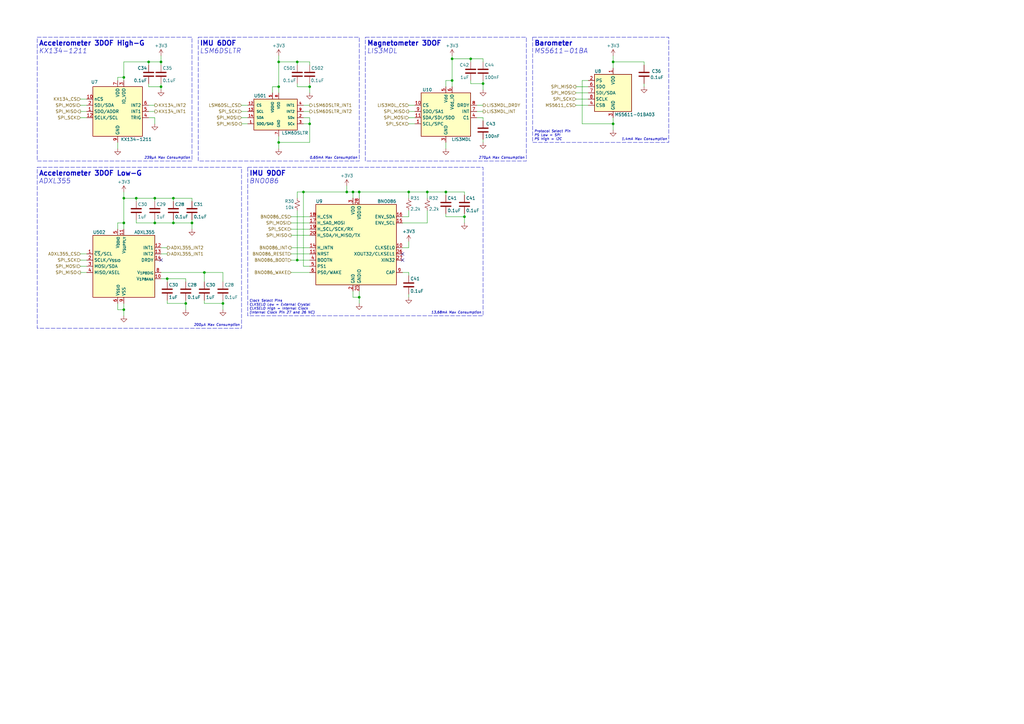
<source format=kicad_sch>
(kicad_sch (version 20230121) (generator eeschema)

  (uuid a3d4693f-0e63-4941-9445-becc1a2c32d1)

  (paper "A3")

  (title_block
    (title "MIDAS Sensors MK1.1")
    (date "2024-01-11")
    (rev "A")
    (company "Illinois Space Society")
    (comment 4 "Contributors: Peter Giannetos, Quinn Athas")
  )

  (lib_symbols
    (symbol "Device:C" (pin_numbers hide) (pin_names (offset 0.254)) (in_bom yes) (on_board yes)
      (property "Reference" "C" (at 0.635 2.54 0)
        (effects (font (size 1.27 1.27)) (justify left))
      )
      (property "Value" "C" (at 0.635 -2.54 0)
        (effects (font (size 1.27 1.27)) (justify left))
      )
      (property "Footprint" "" (at 0.9652 -3.81 0)
        (effects (font (size 1.27 1.27)) hide)
      )
      (property "Datasheet" "~" (at 0 0 0)
        (effects (font (size 1.27 1.27)) hide)
      )
      (property "ki_keywords" "cap capacitor" (at 0 0 0)
        (effects (font (size 1.27 1.27)) hide)
      )
      (property "ki_description" "Unpolarized capacitor" (at 0 0 0)
        (effects (font (size 1.27 1.27)) hide)
      )
      (property "ki_fp_filters" "C_*" (at 0 0 0)
        (effects (font (size 1.27 1.27)) hide)
      )
      (symbol "C_0_1"
        (polyline
          (pts
            (xy -2.032 -0.762)
            (xy 2.032 -0.762)
          )
          (stroke (width 0.508) (type default))
          (fill (type none))
        )
        (polyline
          (pts
            (xy -2.032 0.762)
            (xy 2.032 0.762)
          )
          (stroke (width 0.508) (type default))
          (fill (type none))
        )
      )
      (symbol "C_1_1"
        (pin passive line (at 0 3.81 270) (length 2.794)
          (name "~" (effects (font (size 1.27 1.27))))
          (number "1" (effects (font (size 1.27 1.27))))
        )
        (pin passive line (at 0 -3.81 90) (length 2.794)
          (name "~" (effects (font (size 1.27 1.27))))
          (number "2" (effects (font (size 1.27 1.27))))
        )
      )
    )
    (symbol "Device:R_Small_US" (pin_numbers hide) (pin_names (offset 0.254) hide) (in_bom yes) (on_board yes)
      (property "Reference" "R" (at 0.762 0.508 0)
        (effects (font (size 1.27 1.27)) (justify left))
      )
      (property "Value" "R_Small_US" (at 0.762 -1.016 0)
        (effects (font (size 1.27 1.27)) (justify left))
      )
      (property "Footprint" "" (at 0 0 0)
        (effects (font (size 1.27 1.27)) hide)
      )
      (property "Datasheet" "~" (at 0 0 0)
        (effects (font (size 1.27 1.27)) hide)
      )
      (property "ki_keywords" "r resistor" (at 0 0 0)
        (effects (font (size 1.27 1.27)) hide)
      )
      (property "ki_description" "Resistor, small US symbol" (at 0 0 0)
        (effects (font (size 1.27 1.27)) hide)
      )
      (property "ki_fp_filters" "R_*" (at 0 0 0)
        (effects (font (size 1.27 1.27)) hide)
      )
      (symbol "R_Small_US_1_1"
        (polyline
          (pts
            (xy 0 0)
            (xy 1.016 -0.381)
            (xy 0 -0.762)
            (xy -1.016 -1.143)
            (xy 0 -1.524)
          )
          (stroke (width 0) (type default))
          (fill (type none))
        )
        (polyline
          (pts
            (xy 0 1.524)
            (xy 1.016 1.143)
            (xy 0 0.762)
            (xy -1.016 0.381)
            (xy 0 0)
          )
          (stroke (width 0) (type default))
          (fill (type none))
        )
        (pin passive line (at 0 2.54 270) (length 1.016)
          (name "~" (effects (font (size 1.27 1.27))))
          (number "1" (effects (font (size 1.27 1.27))))
        )
        (pin passive line (at 0 -2.54 90) (length 1.016)
          (name "~" (effects (font (size 1.27 1.27))))
          (number "2" (effects (font (size 1.27 1.27))))
        )
      )
    )
    (symbol "Sensor_Pressure:MS5611-01BA" (in_bom yes) (on_board yes)
      (property "Reference" "U" (at -6.35 8.89 0)
        (effects (font (size 1.27 1.27)))
      )
      (property "Value" "MS5611-01BA" (at 7.62 8.89 0)
        (effects (font (size 1.27 1.27)))
      )
      (property "Footprint" "Package_LGA:LGA-8_3x5mm_P1.25mm" (at 0 0 0)
        (effects (font (size 1.27 1.27)) hide)
      )
      (property "Datasheet" "https://www.te.com/commerce/DocumentDelivery/DDEController?Action=srchrtrv&DocNm=MS5611-01BA03&DocType=Data+Sheet&DocLang=English" (at 0 0 0)
        (effects (font (size 1.27 1.27)) hide)
      )
      (property "ki_keywords" "pressure SPI I2C" (at 0 0 0)
        (effects (font (size 1.27 1.27)) hide)
      )
      (property "ki_description" "Barometric pressure sensor, 10cm resolution, 10 to 1200 mbar, I2C and SPI interface up to 20MHz, LGA-8" (at 0 0 0)
        (effects (font (size 1.27 1.27)) hide)
      )
      (property "ki_fp_filters" "LGA*3x5mm*P1.25mm*" (at 0 0 0)
        (effects (font (size 1.27 1.27)) hide)
      )
      (symbol "MS5611-01BA_0_1"
        (rectangle (start -7.62 7.62) (end 7.62 -7.62)
          (stroke (width 0.254) (type default))
          (fill (type background))
        )
      )
      (symbol "MS5611-01BA_1_1"
        (pin power_in line (at 0 10.16 270) (length 2.54)
          (name "VDD" (effects (font (size 1.27 1.27))))
          (number "1" (effects (font (size 1.27 1.27))))
        )
        (pin input line (at -10.16 5.08 0) (length 2.54)
          (name "PS" (effects (font (size 1.27 1.27))))
          (number "2" (effects (font (size 1.27 1.27))))
        )
        (pin power_in line (at 0 -10.16 90) (length 2.54)
          (name "GND" (effects (font (size 1.27 1.27))))
          (number "3" (effects (font (size 1.27 1.27))))
        )
        (pin input line (at -10.16 -5.08 0) (length 2.54)
          (name "CSB" (effects (font (size 1.27 1.27))))
          (number "4" (effects (font (size 1.27 1.27))))
        )
        (pin input line (at -10.16 -5.08 0) (length 2.54) hide
          (name "CSB" (effects (font (size 1.27 1.27))))
          (number "5" (effects (font (size 1.27 1.27))))
        )
        (pin output line (at -10.16 2.54 0) (length 2.54)
          (name "SDO" (effects (font (size 1.27 1.27))))
          (number "6" (effects (font (size 1.27 1.27))))
        )
        (pin bidirectional line (at -10.16 0 0) (length 2.54)
          (name "SDI/SDA" (effects (font (size 1.27 1.27))))
          (number "7" (effects (font (size 1.27 1.27))))
        )
        (pin input line (at -10.16 -2.54 0) (length 2.54)
          (name "SCLK" (effects (font (size 1.27 1.27))))
          (number "8" (effects (font (size 1.27 1.27))))
        )
      )
    )
    (symbol "Sensors_Motion_Analog:ADXL355" (in_bom yes) (on_board yes)
      (property "Reference" "U" (at -12.7 13.97 0)
        (effects (font (size 1.27 1.27)) (justify left))
      )
      (property "Value" "ADXL355" (at 12.7 13.97 0)
        (effects (font (size 1.27 1.27)) (justify right))
      )
      (property "Footprint" "Sensor_Motion_Analog:Analog_LGA_14-7.4x7.4mm" (at 0 -20.32 0)
        (effects (font (size 1.27 1.27)) hide)
      )
      (property "Datasheet" "https://www.analog.com/media/en/technical-documentation/data-sheets/adxl354_adxl355.pdf" (at 0 -17.78 0)
        (effects (font (size 1.27 1.27)) hide)
      )
      (property "ki_keywords" "3-Axis MEMS Accelerometer 2/4/8 range I2C/SPI LGA-14 Analog" (at 0 0 0)
        (effects (font (size 1.27 1.27)) hide)
      )
      (property "ki_description" "3-Axis MEMS Accelerometer, 2/4/8 range, I2C/SPI, LGA-14 Analog" (at 0 0 0)
        (effects (font (size 1.27 1.27)) hide)
      )
      (symbol "ADXL355_0_0"
        (pin input line (at -15.24 5.08 0) (length 2.54)
          (name "~{CS}/SCL" (effects (font (size 1.27 1.27))))
          (number "1" (effects (font (size 1.27 1.27))))
        )
        (pin unspecified line (at 15.24 -5.08 180) (length 2.54)
          (name "V_{1P8ANA}" (effects (font (size 1.27 1.27))))
          (number "10" (effects (font (size 1.27 1.27))))
        )
        (pin power_in line (at 0 15.24 270) (length 2.54)
          (name "V_{SUPPLY}" (effects (font (size 1.27 1.27))))
          (number "11" (effects (font (size 1.27 1.27))))
        )
        (pin output line (at 15.24 7.62 180) (length 2.54)
          (name "INT1" (effects (font (size 1.27 1.27))))
          (number "12" (effects (font (size 1.27 1.27))))
        )
        (pin output line (at 15.24 5.08 180) (length 2.54)
          (name "INT2" (effects (font (size 1.27 1.27))))
          (number "13" (effects (font (size 1.27 1.27))))
        )
        (pin output line (at 15.24 2.54 180) (length 2.54)
          (name "DRDY" (effects (font (size 1.27 1.27))))
          (number "14" (effects (font (size 1.27 1.27))))
        )
        (pin input line (at -15.24 2.54 0) (length 2.54)
          (name "SCLK/V_{SSIO}" (effects (font (size 1.27 1.27))))
          (number "2" (effects (font (size 1.27 1.27))))
        )
        (pin bidirectional line (at -15.24 0 0) (length 2.54)
          (name "MOSI/SDA" (effects (font (size 1.27 1.27))))
          (number "3" (effects (font (size 1.27 1.27))))
        )
        (pin bidirectional line (at -15.24 -2.54 0) (length 2.54)
          (name "MISO/ASEL" (effects (font (size 1.27 1.27))))
          (number "4" (effects (font (size 1.27 1.27))))
        )
        (pin power_in line (at -2.54 15.24 270) (length 2.54)
          (name "V_{DDIO}" (effects (font (size 1.27 1.27))))
          (number "5" (effects (font (size 1.27 1.27))))
        )
        (pin power_in line (at -2.54 -15.24 90) (length 2.54)
          (name "V_{SSIO}" (effects (font (size 1.27 1.27))))
          (number "6" (effects (font (size 1.27 1.27))))
        )
        (pin unspecified line (at 15.24 -2.54 180) (length 2.54)
          (name "V_{1P8DIG}" (effects (font (size 1.27 1.27))))
          (number "8" (effects (font (size 1.27 1.27))))
        )
        (pin power_in line (at 0 -15.24 90) (length 2.54)
          (name "VSS" (effects (font (size 1.27 1.27))))
          (number "9" (effects (font (size 1.27 1.27))))
        )
      )
      (symbol "ADXL355_1_0"
        (pin no_connect line (at -15.24 -5.08 0) (length 2.54) hide
          (name "RESERVED" (effects (font (size 1.27 1.27))))
          (number "7" (effects (font (size 1.27 1.27))))
        )
      )
      (symbol "ADXL355_1_1"
        (rectangle (start -12.7 12.7) (end 12.7 -12.7)
          (stroke (width 0.254) (type default))
          (fill (type background))
        )
      )
    )
    (symbol "Sensors_Motion_CEVA:BNO086" (in_bom yes) (on_board yes)
      (property "Reference" "U" (at -15.24 16.51 0)
        (effects (font (size 1.27 1.27)) (justify left))
      )
      (property "Value" "BNO086" (at 17.78 16.51 0)
        (effects (font (size 1.27 1.27)) (justify right))
      )
      (property "Footprint" "Package_LGA:LGA-28_5.2x3.8mm_P0.5mm" (at 0 -25.4 0)
        (effects (font (size 1.27 1.27)) hide)
      )
      (property "Datasheet" "https://www.ceva-dsp.com/wp-content/uploads/2019/10/BNO080_085-Datasheet.pdf" (at 0 -22.86 0)
        (effects (font (size 1.27 1.27)) hide)
      )
      (property "ki_keywords" "IMU Accelerometer Gyroscope Magnetometer Sensor 9DOF 9-Axis" (at 0 0 0)
        (effects (font (size 1.27 1.27)) hide)
      )
      (property "ki_description" "9-Axis Absolute Orientation Sensor: Accelerometer, Gyroscope, Magnetometer" (at 0 0 0)
        (effects (font (size 1.27 1.27)) hide)
      )
      (symbol "BNO086_1_0"
        (pin no_connect line (at 20.32 -15.24 180) (length 2.54) hide
          (name "RESV_NC" (effects (font (size 1.27 1.27))))
          (number "1" (effects (font (size 1.27 1.27))))
        )
        (pin no_connect line (at 20.32 -15.24 180) (length 2.54) hide
          (name "RESV_NC" (effects (font (size 1.27 1.27))))
          (number "12" (effects (font (size 1.27 1.27))))
        )
        (pin no_connect line (at 20.32 -15.24 180) (length 2.54) hide
          (name "RESV_NC" (effects (font (size 1.27 1.27))))
          (number "13" (effects (font (size 1.27 1.27))))
        )
        (pin no_connect line (at 20.32 -15.24 180) (length 2.54) hide
          (name "RESV_NC" (effects (font (size 1.27 1.27))))
          (number "21" (effects (font (size 1.27 1.27))))
        )
        (pin no_connect line (at 20.32 -15.24 180) (length 2.54) hide
          (name "RESV_NC" (effects (font (size 1.27 1.27))))
          (number "22" (effects (font (size 1.27 1.27))))
        )
        (pin no_connect line (at 20.32 -15.24 180) (length 2.54) hide
          (name "RESV_NC" (effects (font (size 1.27 1.27))))
          (number "23" (effects (font (size 1.27 1.27))))
        )
        (pin no_connect line (at 20.32 -15.24 180) (length 2.54) hide
          (name "RESV_NC" (effects (font (size 1.27 1.27))))
          (number "24" (effects (font (size 1.27 1.27))))
        )
        (pin no_connect line (at 20.32 -15.24 180) (length 2.54) hide
          (name "RESV_NC" (effects (font (size 1.27 1.27))))
          (number "7" (effects (font (size 1.27 1.27))))
        )
        (pin no_connect line (at 20.32 -15.24 180) (length 2.54) hide
          (name "RESV_NC" (effects (font (size 1.27 1.27))))
          (number "8" (effects (font (size 1.27 1.27))))
        )
      )
      (symbol "BNO086_1_1"
        (rectangle (start -15.24 15.24) (end 17.78 -17.78)
          (stroke (width 0.254) (type default))
          (fill (type background))
        )
        (pin input line (at 20.32 -2.54 180) (length 2.54)
          (name "CLKSEL0" (effects (font (size 1.27 1.27))))
          (number "10" (effects (font (size 1.27 1.27))))
        )
        (pin input line (at -17.78 -5.08 0) (length 2.54)
          (name "NRST" (effects (font (size 1.27 1.27))))
          (number "11" (effects (font (size 1.27 1.27))))
        )
        (pin output line (at -17.78 -2.54 0) (length 2.54)
          (name "H_INTN" (effects (font (size 1.27 1.27))))
          (number "14" (effects (font (size 1.27 1.27))))
        )
        (pin bidirectional line (at 20.32 7.62 180) (length 2.54)
          (name "ENV_SCL" (effects (font (size 1.27 1.27))))
          (number "15" (effects (font (size 1.27 1.27))))
        )
        (pin bidirectional line (at 20.32 10.16 180) (length 2.54)
          (name "ENV_SDA" (effects (font (size 1.27 1.27))))
          (number "16" (effects (font (size 1.27 1.27))))
        )
        (pin input line (at -17.78 7.62 0) (length 2.54)
          (name "H_SA0_MOSI" (effects (font (size 1.27 1.27))))
          (number "17" (effects (font (size 1.27 1.27))))
        )
        (pin input line (at -17.78 10.16 0) (length 2.54)
          (name "H_CSN" (effects (font (size 1.27 1.27))))
          (number "18" (effects (font (size 1.27 1.27))))
        )
        (pin bidirectional line (at -17.78 5.08 0) (length 2.54)
          (name "H_SCL/SCK/RX" (effects (font (size 1.27 1.27))))
          (number "19" (effects (font (size 1.27 1.27))))
        )
        (pin power_in line (at 0 -20.32 90) (length 2.54)
          (name "GND" (effects (font (size 1.27 1.27))))
          (number "2" (effects (font (size 1.27 1.27))))
        )
        (pin bidirectional line (at -17.78 2.54 0) (length 2.54)
          (name "H_SDA/H_MISO/TX" (effects (font (size 1.27 1.27))))
          (number "20" (effects (font (size 1.27 1.27))))
        )
        (pin power_in line (at 2.54 -20.32 90) (length 2.54)
          (name "GNDIO" (effects (font (size 1.27 1.27))))
          (number "25" (effects (font (size 1.27 1.27))))
        )
        (pin output line (at 20.32 -5.08 180) (length 2.54)
          (name "XOUT32/CLKSEL1" (effects (font (size 1.27 1.27))))
          (number "26" (effects (font (size 1.27 1.27))))
        )
        (pin input line (at 20.32 -7.62 180) (length 2.54)
          (name "XIN32" (effects (font (size 1.27 1.27))))
          (number "27" (effects (font (size 1.27 1.27))))
        )
        (pin power_in line (at 2.54 17.78 270) (length 2.54)
          (name "VDDIO" (effects (font (size 1.27 1.27))))
          (number "28" (effects (font (size 1.27 1.27))))
        )
        (pin power_in line (at 0 17.78 270) (length 2.54)
          (name "VDD" (effects (font (size 1.27 1.27))))
          (number "3" (effects (font (size 1.27 1.27))))
        )
        (pin input line (at -17.78 -7.62 0) (length 2.54)
          (name "BOOTN" (effects (font (size 1.27 1.27))))
          (number "4" (effects (font (size 1.27 1.27))))
        )
        (pin input line (at -17.78 -10.16 0) (length 2.54)
          (name "PS1" (effects (font (size 1.27 1.27))))
          (number "5" (effects (font (size 1.27 1.27))))
        )
        (pin input line (at -17.78 -12.7 0) (length 2.54)
          (name "PS0/WAKE" (effects (font (size 1.27 1.27))))
          (number "6" (effects (font (size 1.27 1.27))))
        )
        (pin passive line (at 20.32 -12.7 180) (length 2.54)
          (name "CAP" (effects (font (size 1.27 1.27))))
          (number "9" (effects (font (size 1.27 1.27))))
        )
      )
    )
    (symbol "Sensors_Motion_Kionix:KX134-1211" (in_bom yes) (on_board yes)
      (property "Reference" "U" (at -10.16 12.065 0)
        (effects (font (size 1.27 1.27)))
      )
      (property "Value" "KX134-1211" (at 8.89 -12.065 0)
        (effects (font (size 1.27 1.27)))
      )
      (property "Footprint" "Package_LGA:LGA-12_2x2mm_P0.5mm" (at 0 -17.78 0)
        (effects (font (size 1.27 1.27)) hide)
      )
      (property "Datasheet" "https://kionixfs.azureedge.net/en/datasheet/kx134-1211-e.pdf" (at 0 -15.24 0)
        (effects (font (size 1.27 1.27)) hide)
      )
      (property "ki_keywords" "Accelerometer 3DOF 3-Axis Sensor" (at 0 0 0)
        (effects (font (size 1.27 1.27)) hide)
      )
      (property "ki_description" "3-Axis Accelerometer Sensor ±8g/±16g/±32g/±64g" (at 0 0 0)
        (effects (font (size 1.27 1.27)) hide)
      )
      (symbol "KX134-1211_0_0"
        (text "" (at -12.7 2.54 0)
          (effects (font (size 1.27 1.27)))
        )
      )
      (symbol "KX134-1211_1_1"
        (rectangle (start -10.16 10.16) (end 10.16 -10.16)
          (stroke (width 0.254) (type default))
          (fill (type background))
        )
        (pin bidirectional line (at -12.7 0 0) (length 2.54)
          (name "SDO/ADDR" (effects (font (size 1.27 1.27))))
          (number "1" (effects (font (size 1.27 1.27))))
        )
        (pin input line (at -12.7 5.08 0) (length 2.54)
          (name "nCS" (effects (font (size 1.27 1.27))))
          (number "10" (effects (font (size 1.27 1.27))))
        )
        (pin no_connect line (at 12.7 -7.62 180) (length 2.54) hide
          (name "NC" (effects (font (size 1.27 1.27))))
          (number "11" (effects (font (size 1.27 1.27))))
        )
        (pin input line (at -12.7 -2.54 0) (length 2.54)
          (name "SCLK/SCL" (effects (font (size 1.27 1.27))))
          (number "12" (effects (font (size 1.27 1.27))))
        )
        (pin bidirectional line (at -12.7 2.54 0) (length 2.54)
          (name "SDI/SDA" (effects (font (size 1.27 1.27))))
          (number "2" (effects (font (size 1.27 1.27))))
        )
        (pin power_in line (at 2.54 12.7 270) (length 2.54)
          (name "IO_VDD" (effects (font (size 1.27 1.27))))
          (number "3" (effects (font (size 1.27 1.27))))
        )
        (pin input line (at 12.7 -2.54 180) (length 2.54)
          (name "TRIG" (effects (font (size 1.27 1.27))))
          (number "4" (effects (font (size 1.27 1.27))))
        )
        (pin output line (at 12.7 0 180) (length 2.54)
          (name "INT1" (effects (font (size 1.27 1.27))))
          (number "5" (effects (font (size 1.27 1.27))))
        )
        (pin output line (at 12.7 2.54 180) (length 2.54)
          (name "INT2" (effects (font (size 1.27 1.27))))
          (number "6" (effects (font (size 1.27 1.27))))
        )
        (pin power_in line (at 0 12.7 270) (length 2.54)
          (name "VDD" (effects (font (size 1.27 1.27))))
          (number "7" (effects (font (size 1.27 1.27))))
        )
        (pin power_in line (at 0 -12.7 90) (length 2.54) hide
          (name "GND" (effects (font (size 1.27 1.27))))
          (number "8" (effects (font (size 1.27 1.27))))
        )
        (pin power_in line (at 0 -12.7 90) (length 2.54)
          (name "GND" (effects (font (size 1.27 1.27))))
          (number "9" (effects (font (size 1.27 1.27))))
        )
      )
    )
    (symbol "Sensors_Motion_STM:LIS3MDL" (in_bom yes) (on_board yes)
      (property "Reference" "U" (at 9.525 11.43 0)
        (effects (font (size 1.27 1.27)))
      )
      (property "Value" "LIS3MDL" (at -7.62 11.43 0)
        (effects (font (size 1.27 1.27)))
      )
      (property "Footprint" "Package_LGA:LGA-12_2x2mm_P0.5mm" (at 0 -15.24 0)
        (effects (font (size 1.27 1.27)) hide)
      )
      (property "Datasheet" "https://www.st.com/content/ccc/resource/technical/document/datasheet/54/2a/85/76/e3/97/42/18/DM00075867.pdf/files/DM00075867.pdf/jcr:content/translations/en.DM00075867.pdf" (at 0 -12.7 0)
        (effects (font (size 1.27 1.27)) hide)
      )
      (property "ki_keywords" "Magnetometer Sensor 3DOF 3-Axis Sensor" (at 0 0 0)
        (effects (font (size 1.27 1.27)) hide)
      )
      (property "ki_description" "3-Axis Magnetometer Sensor ±4/±8/±12/±16 gauss" (at 0 0 0)
        (effects (font (size 1.27 1.27)) hide)
      )
      (symbol "LIS3MDL_1_1"
        (rectangle (start -10.16 10.16) (end 10.16 -7.62)
          (stroke (width 0.254) (type default))
          (fill (type background))
        )
        (pin input line (at -12.7 -2.54 0) (length 2.54)
          (name "SCL/SPC" (effects (font (size 1.27 1.27))))
          (number "1" (effects (font (size 1.27 1.27))))
        )
        (pin input line (at -12.7 5.08 0) (length 2.54)
          (name "CS" (effects (font (size 1.27 1.27))))
          (number "10" (effects (font (size 1.27 1.27))))
        )
        (pin input line (at -12.7 0 0) (length 2.54)
          (name "SDA/SDI/SDO" (effects (font (size 1.27 1.27))))
          (number "11" (effects (font (size 1.27 1.27))))
        )
        (pin power_in line (at 0 -10.16 90) (length 2.54) hide
          (name "Reserved" (effects (font (size 1.27 1.27))))
          (number "12" (effects (font (size 1.27 1.27))))
        )
        (pin power_in line (at 0 -10.16 90) (length 2.54) hide
          (name "Reserved" (effects (font (size 1.27 1.27))))
          (number "2" (effects (font (size 1.27 1.27))))
        )
        (pin power_in line (at 0 -10.16 90) (length 2.54)
          (name "GND" (effects (font (size 1.27 1.27))))
          (number "3" (effects (font (size 1.27 1.27))))
        )
        (pin input line (at 12.7 0 180) (length 2.54)
          (name "C1" (effects (font (size 1.27 1.27))))
          (number "4" (effects (font (size 1.27 1.27))))
        )
        (pin power_in line (at 0 12.7 270) (length 2.54)
          (name "Vdd" (effects (font (size 1.27 1.27))))
          (number "5" (effects (font (size 1.27 1.27))))
        )
        (pin power_in line (at 2.54 12.7 270) (length 2.54)
          (name "Vdd_IO" (effects (font (size 1.27 1.27))))
          (number "6" (effects (font (size 1.27 1.27))))
        )
        (pin output line (at 12.7 2.54 180) (length 2.54)
          (name "INT" (effects (font (size 1.27 1.27))))
          (number "7" (effects (font (size 1.27 1.27))))
        )
        (pin output line (at 12.7 5.08 180) (length 2.54)
          (name "DRDY" (effects (font (size 1.27 1.27))))
          (number "8" (effects (font (size 1.27 1.27))))
        )
        (pin output line (at -12.7 2.54 0) (length 2.54)
          (name "SDO/SA1" (effects (font (size 1.27 1.27))))
          (number "9" (effects (font (size 1.27 1.27))))
        )
      )
    )
    (symbol "Sensors_Motion_STM:LSM6DSLTR" (pin_names (offset 1.016)) (in_bom yes) (on_board yes)
      (property "Reference" "U" (at -10.1787 8.1437 0)
        (effects (font (size 1.27 1.27)) (justify left bottom))
      )
      (property "Value" "LSM6DSLTR" (at 1.27 8.255 0)
        (effects (font (size 1.27 1.27)) (justify left bottom))
      )
      (property "Footprint" "Package_LGA:Bosch_LGA-14_3x2.5mm_P0.5mm" (at 0 -12.7 0)
        (effects (font (size 1.27 1.27)) (justify bottom) hide)
      )
      (property "Datasheet" "https://www.st.com/content/ccc/resource/technical/document/datasheet/ee/23/a0/dc/1d/68/45/52/DM00237456.pdf/files/DM00237456.pdf/jcr:content/translations/en.DM00237456.pdf" (at 0 -15.24 0)
        (effects (font (size 1.27 1.27)) hide)
      )
      (property "ki_keywords" "Accelerometer Gyroscope IMU Sensor 6-Axis 6DOF iNEMO" (at 0 0 0)
        (effects (font (size 1.27 1.27)) hide)
      )
      (property "ki_description" "6-Axis iNEMO Inertial Sensor: Accelerometer ±2/±4/±8/±16g, Gyroscope ±125/±250/±500/±1000/±2000 dps" (at 0 0 0)
        (effects (font (size 1.27 1.27)) hide)
      )
      (symbol "LSM6DSLTR_0_0"
        (pin bidirectional line (at -12.7 -2.54 0) (length 2.54)
          (name "SDO/SA0" (effects (font (size 1.016 1.016))))
          (number "1" (effects (font (size 1.016 1.016))))
        )
        (pin input line (at -12.7 5.08 0) (length 2.54)
          (name "CS" (effects (font (size 1.016 1.016))))
          (number "12" (effects (font (size 1.016 1.016))))
        )
        (pin bidirectional line (at 10.16 0 180) (length 2.54)
          (name "SDx" (effects (font (size 1.016 1.016))))
          (number "2" (effects (font (size 1.016 1.016))))
        )
        (pin bidirectional line (at 10.16 -2.54 180) (length 2.54)
          (name "SCx" (effects (font (size 1.016 1.016))))
          (number "3" (effects (font (size 1.016 1.016))))
        )
        (pin output line (at 10.16 5.08 180) (length 2.54)
          (name "INT1" (effects (font (size 1.016 1.016))))
          (number "4" (effects (font (size 1.016 1.016))))
        )
        (pin power_in line (at -2.54 10.16 270) (length 2.54)
          (name "VDDIO" (effects (font (size 1.016 1.016))))
          (number "5" (effects (font (size 1.016 1.016))))
        )
        (pin power_in line (at 0 10.16 270) (length 2.54)
          (name "VDD" (effects (font (size 1.016 1.016))))
          (number "8" (effects (font (size 1.016 1.016))))
        )
        (pin output line (at 10.16 2.54 180) (length 2.54)
          (name "INT2" (effects (font (size 1.016 1.016))))
          (number "9" (effects (font (size 1.016 1.016))))
        )
      )
      (symbol "LSM6DSLTR_1_0"
        (rectangle (start -10.16 7.62) (end 7.62 -5.08)
          (stroke (width 0.254) (type default))
          (fill (type background))
        )
        (pin no_connect line (at 2.54 -7.62 90) (length 2.54) hide
          (name "NC" (effects (font (size 1.27 1.27))))
          (number "10" (effects (font (size 1.27 1.27))))
        )
        (pin no_connect line (at 2.54 -7.62 90) (length 2.54) hide
          (name "NC" (effects (font (size 1.27 1.27))))
          (number "11" (effects (font (size 1.27 1.27))))
        )
        (pin input line (at -12.7 2.54 0) (length 2.54)
          (name "SCL" (effects (font (size 1.016 1.016))))
          (number "13" (effects (font (size 1.016 1.016))))
        )
        (pin bidirectional line (at -12.7 0 0) (length 2.54)
          (name "SDA" (effects (font (size 1.016 1.016))))
          (number "14" (effects (font (size 1.016 1.016))))
        )
        (pin power_in line (at 0 -7.62 90) (length 2.54) hide
          (name "GND" (effects (font (size 1.016 1.016))))
          (number "6" (effects (font (size 1.016 1.016))))
        )
        (pin power_in line (at 0 -7.62 90) (length 2.54)
          (name "GND" (effects (font (size 1.016 1.016))))
          (number "7" (effects (font (size 1.016 1.016))))
        )
      )
    )
    (symbol "power:+3V3" (power) (pin_names (offset 0)) (in_bom yes) (on_board yes)
      (property "Reference" "#PWR" (at 0 -3.81 0)
        (effects (font (size 1.27 1.27)) hide)
      )
      (property "Value" "+3V3" (at 0 3.556 0)
        (effects (font (size 1.27 1.27)))
      )
      (property "Footprint" "" (at 0 0 0)
        (effects (font (size 1.27 1.27)) hide)
      )
      (property "Datasheet" "" (at 0 0 0)
        (effects (font (size 1.27 1.27)) hide)
      )
      (property "ki_keywords" "global power" (at 0 0 0)
        (effects (font (size 1.27 1.27)) hide)
      )
      (property "ki_description" "Power symbol creates a global label with name \"+3V3\"" (at 0 0 0)
        (effects (font (size 1.27 1.27)) hide)
      )
      (symbol "+3V3_0_1"
        (polyline
          (pts
            (xy -0.762 1.27)
            (xy 0 2.54)
          )
          (stroke (width 0) (type default))
          (fill (type none))
        )
        (polyline
          (pts
            (xy 0 0)
            (xy 0 2.54)
          )
          (stroke (width 0) (type default))
          (fill (type none))
        )
        (polyline
          (pts
            (xy 0 2.54)
            (xy 0.762 1.27)
          )
          (stroke (width 0) (type default))
          (fill (type none))
        )
      )
      (symbol "+3V3_1_1"
        (pin power_in line (at 0 0 90) (length 0) hide
          (name "+3V3" (effects (font (size 1.27 1.27))))
          (number "1" (effects (font (size 1.27 1.27))))
        )
      )
    )
    (symbol "power:GND" (power) (pin_names (offset 0)) (in_bom yes) (on_board yes)
      (property "Reference" "#PWR" (at 0 -6.35 0)
        (effects (font (size 1.27 1.27)) hide)
      )
      (property "Value" "GND" (at 0 -3.81 0)
        (effects (font (size 1.27 1.27)))
      )
      (property "Footprint" "" (at 0 0 0)
        (effects (font (size 1.27 1.27)) hide)
      )
      (property "Datasheet" "" (at 0 0 0)
        (effects (font (size 1.27 1.27)) hide)
      )
      (property "ki_keywords" "global power" (at 0 0 0)
        (effects (font (size 1.27 1.27)) hide)
      )
      (property "ki_description" "Power symbol creates a global label with name \"GND\" , ground" (at 0 0 0)
        (effects (font (size 1.27 1.27)) hide)
      )
      (symbol "GND_0_1"
        (polyline
          (pts
            (xy 0 0)
            (xy 0 -1.27)
            (xy 1.27 -1.27)
            (xy 0 -2.54)
            (xy -1.27 -1.27)
            (xy 0 -1.27)
          )
          (stroke (width 0) (type default))
          (fill (type none))
        )
      )
      (symbol "GND_1_1"
        (pin power_in line (at 0 0 270) (length 0) hide
          (name "GND" (effects (font (size 1.27 1.27))))
          (number "1" (effects (font (size 1.27 1.27))))
        )
      )
    )
  )

  (junction (at 147.32 78.74) (diameter 0) (color 0 0 0 0)
    (uuid 19b99598-b854-48dc-bdd1-ac91479506ba)
  )
  (junction (at 63.5 81.28) (diameter 0) (color 0 0 0 0)
    (uuid 1e9c2ae4-845a-4a0b-abd7-9c261ab6c6a2)
  )
  (junction (at 114.3 25.4) (diameter 0) (color 0 0 0 0)
    (uuid 21142536-0555-4d8b-af25-aaecdf174833)
  )
  (junction (at 76.2 124.46) (diameter 0) (color 0 0 0 0)
    (uuid 221385ae-101b-4902-9160-99be746eead0)
  )
  (junction (at 114.3 35.56) (diameter 0) (color 0 0 0 0)
    (uuid 382a1798-9dc7-42b9-928e-d6f5a4b8e78e)
  )
  (junction (at 78.74 91.44) (diameter 0) (color 0 0 0 0)
    (uuid 3a88d416-14a4-4dfa-b33d-9c3ee759c130)
  )
  (junction (at 91.44 124.46) (diameter 0) (color 0 0 0 0)
    (uuid 3e241bdf-5a43-4836-b098-16f00ed8695e)
  )
  (junction (at 147.32 121.92) (diameter 0) (color 0 0 0 0)
    (uuid 4522789d-1b82-4350-b174-a7c4b8da87b6)
  )
  (junction (at 71.12 81.28) (diameter 0) (color 0 0 0 0)
    (uuid 46837f1a-8306-4d3a-b7b4-e0f7b9a81bc8)
  )
  (junction (at 127 50.8) (diameter 0) (color 0 0 0 0)
    (uuid 48083c13-e62d-47dc-b128-f2a6d6a00c96)
  )
  (junction (at 121.92 106.68) (diameter 0) (color 0 0 0 0)
    (uuid 4b41d4c4-261a-4884-a625-e20dc9d3c14a)
  )
  (junction (at 60.96 25.4) (diameter 0) (color 0 0 0 0)
    (uuid 4d130475-23dd-4ed0-a7bf-262c26fe6165)
  )
  (junction (at 185.42 33.02) (diameter 0) (color 0 0 0 0)
    (uuid 4d85a146-3018-43ef-a599-7039dd62aedc)
  )
  (junction (at 50.8 91.44) (diameter 0) (color 0 0 0 0)
    (uuid 5c5fa4e9-2765-4b34-9d6e-40872c9e7bea)
  )
  (junction (at 193.04 24.13) (diameter 0) (color 0 0 0 0)
    (uuid 5fc06fd6-9e7a-4640-90ee-f02132a14e41)
  )
  (junction (at 55.88 81.28) (diameter 0) (color 0 0 0 0)
    (uuid 639894a5-609c-42f1-acf8-11aa8a9d1d3a)
  )
  (junction (at 182.88 78.74) (diameter 0) (color 0 0 0 0)
    (uuid 65b8237f-b277-469b-bffc-6c3f32d38298)
  )
  (junction (at 68.58 114.3) (diameter 0) (color 0 0 0 0)
    (uuid 6ee0c2c7-0356-42ac-a9dd-bc210da26110)
  )
  (junction (at 185.42 24.13) (diameter 0) (color 0 0 0 0)
    (uuid 7771c875-b9d5-4253-bcc5-7b188526b50f)
  )
  (junction (at 251.46 25.4) (diameter 0) (color 0 0 0 0)
    (uuid 7babf511-2c39-4c52-92ff-d735848303ff)
  )
  (junction (at 190.5 88.9) (diameter 0) (color 0 0 0 0)
    (uuid 7e871b74-e2bb-4cd3-b897-3cf9f0a131e4)
  )
  (junction (at 124.46 78.74) (diameter 0) (color 0 0 0 0)
    (uuid 84900e22-5c74-4611-93c3-d1a5ca3cb377)
  )
  (junction (at 50.8 31.75) (diameter 0) (color 0 0 0 0)
    (uuid 85d8d1f2-80de-4c88-a239-34ea7e4f498c)
  )
  (junction (at 144.78 78.74) (diameter 0) (color 0 0 0 0)
    (uuid 90290335-5f15-4997-b7ba-c79b3eba3b28)
  )
  (junction (at 71.12 91.44) (diameter 0) (color 0 0 0 0)
    (uuid 91e8bf45-92c8-4d29-967f-ef6b80a3fc63)
  )
  (junction (at 50.8 81.28) (diameter 0) (color 0 0 0 0)
    (uuid 9614e4ac-c2f7-46cf-a87b-1811d06fc55b)
  )
  (junction (at 121.92 25.4) (diameter 0) (color 0 0 0 0)
    (uuid 9814957b-6f93-4b36-ad77-409554958bad)
  )
  (junction (at 50.8 127) (diameter 0) (color 0 0 0 0)
    (uuid b8cb6555-f91e-424c-971c-6f1e8aed807c)
  )
  (junction (at 127 35.56) (diameter 0) (color 0 0 0 0)
    (uuid cd47eb38-8f12-40a6-b562-7efbf5b7e6bc)
  )
  (junction (at 66.04 25.4) (diameter 0) (color 0 0 0 0)
    (uuid cf62b40e-89d4-4957-824a-f0c2c727c320)
  )
  (junction (at 167.64 78.74) (diameter 0) (color 0 0 0 0)
    (uuid db526b60-fc68-4a2b-a491-c989e62c20c7)
  )
  (junction (at 66.04 35.56) (diameter 0) (color 0 0 0 0)
    (uuid dc3a5f25-741d-438d-a74e-6d84acd6c950)
  )
  (junction (at 63.5 91.44) (diameter 0) (color 0 0 0 0)
    (uuid e37da4fe-736f-4b06-bcf4-67cee4a1e7d7)
  )
  (junction (at 142.24 78.74) (diameter 0) (color 0 0 0 0)
    (uuid e875fdf8-a468-445b-ab0b-ac7f4d5e22f4)
  )
  (junction (at 114.3 58.42) (diameter 0) (color 0 0 0 0)
    (uuid e946eb50-422f-4d3b-b609-a615f9d7cb74)
  )
  (junction (at 198.12 34.29) (diameter 0) (color 0 0 0 0)
    (uuid efca0360-fd89-42c0-8d92-2b57bd6171b1)
  )
  (junction (at 175.26 78.74) (diameter 0) (color 0 0 0 0)
    (uuid f3b1f3c1-30f8-477b-bf10-5f93002ac6a2)
  )
  (junction (at 83.82 111.76) (diameter 0) (color 0 0 0 0)
    (uuid f5b8a183-bcdb-419a-8c87-2bb82435f7d5)
  )
  (junction (at 251.46 50.8) (diameter 0) (color 0 0 0 0)
    (uuid fac8e2c7-df74-4ed9-a76e-e54a35875509)
  )

  (no_connect (at 165.1 106.68) (uuid 3790505c-0f5f-4fa4-9ce0-f05e80ea0430))
  (no_connect (at 165.1 104.14) (uuid 49f04daa-d625-47a6-9ad6-7b5ea08deb24))
  (no_connect (at 66.04 106.68) (uuid 4fa4d19f-69f0-4228-a3b4-25e909002544))

  (wire (pts (xy 114.3 38.1) (xy 114.3 35.56))
    (stroke (width 0) (type default))
    (uuid 01a25398-0a52-4191-a37d-343ae437df82)
  )
  (wire (pts (xy 33.02 48.26) (xy 35.56 48.26))
    (stroke (width 0) (type default))
    (uuid 03a9dbca-5f98-4742-83ee-c4a7202b8280)
  )
  (wire (pts (xy 50.8 25.4) (xy 60.96 25.4))
    (stroke (width 0) (type default))
    (uuid 0583360a-40ec-427b-b72b-028ca77f47bb)
  )
  (wire (pts (xy 91.44 127) (xy 91.44 124.46))
    (stroke (width 0) (type default))
    (uuid 0628e175-7cc4-4297-8d93-26567faf3788)
  )
  (wire (pts (xy 60.96 25.4) (xy 66.04 25.4))
    (stroke (width 0) (type default))
    (uuid 065b1b29-921c-4aa1-8b0f-4104c06af93f)
  )
  (wire (pts (xy 119.38 91.44) (xy 127 91.44))
    (stroke (width 0) (type default))
    (uuid 089eb1ac-0ebc-4869-9ac2-1cf552bad929)
  )
  (wire (pts (xy 198.12 33.02) (xy 198.12 34.29))
    (stroke (width 0) (type default))
    (uuid 0ba17bbe-9e8e-41ab-912c-32156bfb0840)
  )
  (wire (pts (xy 251.46 25.4) (xy 251.46 27.94))
    (stroke (width 0) (type default))
    (uuid 0bae588f-9f3c-4567-bd7e-bfa39c1b0a44)
  )
  (wire (pts (xy 236.22 38.1) (xy 241.3 38.1))
    (stroke (width 0) (type default))
    (uuid 0bfc45d3-ea07-4921-83b4-554fb77fb174)
  )
  (wire (pts (xy 251.46 25.4) (xy 264.16 25.4))
    (stroke (width 0) (type default))
    (uuid 0c27a287-3468-4143-b29f-e02e5a925447)
  )
  (wire (pts (xy 251.46 50.8) (xy 251.46 48.26))
    (stroke (width 0) (type default))
    (uuid 0dca11f7-248c-407a-b274-6b10e52c097c)
  )
  (wire (pts (xy 127 38.1) (xy 127 35.56))
    (stroke (width 0) (type default))
    (uuid 0fcc08af-78b6-4b1e-97cb-95909c8f4957)
  )
  (wire (pts (xy 198.12 57.15) (xy 198.12 58.42))
    (stroke (width 0) (type default))
    (uuid 10793145-a204-478b-abea-96cc8865311c)
  )
  (wire (pts (xy 193.04 34.29) (xy 198.12 34.29))
    (stroke (width 0) (type default))
    (uuid 1297ad3a-d98d-4e4b-a23d-822b7eb8c623)
  )
  (wire (pts (xy 60.96 35.56) (xy 60.96 34.29))
    (stroke (width 0) (type default))
    (uuid 12c1b87a-2fa3-4dba-b454-009ca654f8cc)
  )
  (wire (pts (xy 33.02 40.64) (xy 35.56 40.64))
    (stroke (width 0) (type default))
    (uuid 132ab0f1-1596-4132-b105-f8dca881ef17)
  )
  (wire (pts (xy 121.92 25.4) (xy 121.92 26.67))
    (stroke (width 0) (type default))
    (uuid 15420b01-977b-4322-b540-afac87b0234a)
  )
  (wire (pts (xy 78.74 90.17) (xy 78.74 91.44))
    (stroke (width 0) (type default))
    (uuid 17314466-7e90-49f2-b605-7c0dad7fd937)
  )
  (wire (pts (xy 48.26 124.46) (xy 48.26 127))
    (stroke (width 0) (type default))
    (uuid 174b04bb-704b-472c-ab24-33c7fbbdd653)
  )
  (wire (pts (xy 71.12 91.44) (xy 78.74 91.44))
    (stroke (width 0) (type default))
    (uuid 17df9d88-5bef-46bb-8117-2d65cf2a9961)
  )
  (wire (pts (xy 238.76 50.8) (xy 251.46 50.8))
    (stroke (width 0) (type default))
    (uuid 1d373a2a-49b5-482f-83e0-bc4dcea0354a)
  )
  (wire (pts (xy 124.46 78.74) (xy 142.24 78.74))
    (stroke (width 0) (type default))
    (uuid 1d91c5d2-3e7e-4a9c-aa12-8808391a41e1)
  )
  (wire (pts (xy 251.46 53.34) (xy 251.46 50.8))
    (stroke (width 0) (type default))
    (uuid 1e59f876-9bfa-4383-88dd-658ab22b2874)
  )
  (wire (pts (xy 236.22 35.56) (xy 241.3 35.56))
    (stroke (width 0) (type default))
    (uuid 1ed69590-4c30-486a-9e18-2d462f9b9000)
  )
  (wire (pts (xy 147.32 78.74) (xy 147.32 81.28))
    (stroke (width 0) (type default))
    (uuid 1f026cc5-504c-42bc-9ad3-935780b62855)
  )
  (wire (pts (xy 71.12 90.17) (xy 71.12 91.44))
    (stroke (width 0) (type default))
    (uuid 1f0345dd-3efb-49aa-bc57-bd5bbc4db4e6)
  )
  (wire (pts (xy 147.32 119.38) (xy 147.32 121.92))
    (stroke (width 0) (type default))
    (uuid 205026b9-a99c-41d7-b486-7d9ece248bf2)
  )
  (wire (pts (xy 127 109.22) (xy 124.46 109.22))
    (stroke (width 0) (type default))
    (uuid 208e052a-1ea7-484a-a5d7-9278027e0ebd)
  )
  (wire (pts (xy 66.04 104.14) (xy 68.58 104.14))
    (stroke (width 0) (type default))
    (uuid 22052786-85dd-4d30-8611-eec7c2fbcd3a)
  )
  (wire (pts (xy 63.5 48.26) (xy 60.96 48.26))
    (stroke (width 0) (type default))
    (uuid 242fc9c1-081a-4e63-87f6-b8c30640a5af)
  )
  (wire (pts (xy 114.3 58.42) (xy 114.3 60.96))
    (stroke (width 0) (type default))
    (uuid 271d90db-fa5d-431c-b20c-b6157d62b4da)
  )
  (wire (pts (xy 63.5 91.44) (xy 71.12 91.44))
    (stroke (width 0) (type default))
    (uuid 2a13d7d9-450d-4d58-ab6b-25bbfeae54b8)
  )
  (wire (pts (xy 33.02 45.72) (xy 35.56 45.72))
    (stroke (width 0) (type default))
    (uuid 2dafdc5f-1c85-4f1c-b84e-56b1d056f847)
  )
  (wire (pts (xy 91.44 123.19) (xy 91.44 124.46))
    (stroke (width 0) (type default))
    (uuid 2db8b24c-1276-4c3b-96eb-36c1913de134)
  )
  (wire (pts (xy 198.12 36.83) (xy 198.12 34.29))
    (stroke (width 0) (type default))
    (uuid 2e3c041c-8e24-4f7b-a04d-bf576d79ddee)
  )
  (wire (pts (xy 114.3 58.42) (xy 114.3 55.88))
    (stroke (width 0) (type default))
    (uuid 316c8ac9-28a9-4095-82e9-69d5c9647e6a)
  )
  (wire (pts (xy 198.12 48.26) (xy 198.12 49.53))
    (stroke (width 0) (type default))
    (uuid 3199c9d3-265b-488a-8baf-03d68748ad1a)
  )
  (wire (pts (xy 182.88 78.74) (xy 182.88 80.01))
    (stroke (width 0) (type default))
    (uuid 34d3465e-f66a-47bb-a5c7-e28f1bff9408)
  )
  (wire (pts (xy 165.1 91.44) (xy 175.26 91.44))
    (stroke (width 0) (type default))
    (uuid 352f6a24-29ee-412a-a5aa-589fb2bed6ec)
  )
  (wire (pts (xy 190.5 78.74) (xy 190.5 80.01))
    (stroke (width 0) (type default))
    (uuid 36128f84-fa4e-4223-aace-86c24b0b78f5)
  )
  (wire (pts (xy 121.92 86.36) (xy 121.92 106.68))
    (stroke (width 0) (type default))
    (uuid 3b79bef7-dffb-4abb-94fe-819bf213d300)
  )
  (wire (pts (xy 185.42 33.02) (xy 185.42 24.13))
    (stroke (width 0) (type default))
    (uuid 3eec9194-dc84-4108-a26c-8c4e480085d4)
  )
  (wire (pts (xy 78.74 91.44) (xy 78.74 93.98))
    (stroke (width 0) (type default))
    (uuid 3fe64a6e-b98a-4e8a-a5ff-da8e17378f1e)
  )
  (wire (pts (xy 66.04 25.4) (xy 66.04 26.67))
    (stroke (width 0) (type default))
    (uuid 415a7249-b971-4d2a-b28b-1146b11680c7)
  )
  (wire (pts (xy 63.5 90.17) (xy 63.5 91.44))
    (stroke (width 0) (type default))
    (uuid 423bac0c-6c8f-4524-bceb-7a2f295fa41b)
  )
  (wire (pts (xy 50.8 25.4) (xy 50.8 31.75))
    (stroke (width 0) (type default))
    (uuid 42507684-73ec-4e54-a429-0818978d0857)
  )
  (wire (pts (xy 121.92 78.74) (xy 124.46 78.74))
    (stroke (width 0) (type default))
    (uuid 428a9688-fa57-4e51-8787-c14be5fa81df)
  )
  (wire (pts (xy 76.2 114.3) (xy 76.2 115.57))
    (stroke (width 0) (type default))
    (uuid 42f960ff-5bfd-41f2-97fd-4598bce7ce2a)
  )
  (wire (pts (xy 193.04 24.13) (xy 193.04 25.4))
    (stroke (width 0) (type default))
    (uuid 46e082d1-7f9b-41a4-8cde-4258a26b45bb)
  )
  (wire (pts (xy 114.3 25.4) (xy 114.3 35.56))
    (stroke (width 0) (type default))
    (uuid 49a9c83c-a736-4008-9218-e4c6dc9a65bf)
  )
  (wire (pts (xy 55.88 81.28) (xy 63.5 81.28))
    (stroke (width 0) (type default))
    (uuid 4a720ab7-7fc4-44a5-a5f4-a3bde176c7dd)
  )
  (wire (pts (xy 99.06 45.72) (xy 101.6 45.72))
    (stroke (width 0) (type default))
    (uuid 4a95085b-13d0-41ce-8e61-82d03dc4b12b)
  )
  (wire (pts (xy 195.58 48.26) (xy 198.12 48.26))
    (stroke (width 0) (type default))
    (uuid 4c7cd1eb-8b16-4712-9e62-a13cf68703ea)
  )
  (wire (pts (xy 175.26 78.74) (xy 182.88 78.74))
    (stroke (width 0) (type default))
    (uuid 4c91f3e4-6a3e-4d56-a39f-e1837b185aa5)
  )
  (wire (pts (xy 167.64 48.26) (xy 170.18 48.26))
    (stroke (width 0) (type default))
    (uuid 4f01cec1-ecbc-435e-bcde-6018ef31c386)
  )
  (wire (pts (xy 76.2 123.19) (xy 76.2 124.46))
    (stroke (width 0) (type default))
    (uuid 52fc354e-5ea5-4fd0-b665-f958b868d977)
  )
  (wire (pts (xy 144.78 81.28) (xy 144.78 78.74))
    (stroke (width 0) (type default))
    (uuid 54144db1-986a-4ebf-b682-061bd103c272)
  )
  (wire (pts (xy 185.42 35.56) (xy 185.42 33.02))
    (stroke (width 0) (type default))
    (uuid 589de85d-fe68-4ba2-ae2b-ab3335101b99)
  )
  (wire (pts (xy 50.8 91.44) (xy 50.8 93.98))
    (stroke (width 0) (type default))
    (uuid 59366d5b-903e-43c6-a87a-c44fa6bd086b)
  )
  (wire (pts (xy 167.64 78.74) (xy 175.26 78.74))
    (stroke (width 0) (type default))
    (uuid 597a78d9-4cb8-4f83-88af-bc5bd462f891)
  )
  (wire (pts (xy 241.3 33.02) (xy 238.76 33.02))
    (stroke (width 0) (type default))
    (uuid 5a028cdc-5353-4e85-8588-a339cd9cde55)
  )
  (wire (pts (xy 264.16 34.29) (xy 264.16 35.56))
    (stroke (width 0) (type default))
    (uuid 5a1e4a7d-a653-4a3b-92e7-38a26239257a)
  )
  (wire (pts (xy 147.32 121.92) (xy 147.32 124.46))
    (stroke (width 0) (type default))
    (uuid 5a54a532-562e-42e5-8ee0-9db9b04e32be)
  )
  (wire (pts (xy 48.26 93.98) (xy 48.26 91.44))
    (stroke (width 0) (type default))
    (uuid 5c7d1627-0280-46a6-8863-dfd9f6d051d5)
  )
  (wire (pts (xy 68.58 123.19) (xy 68.58 124.46))
    (stroke (width 0) (type default))
    (uuid 5e2b318a-28ee-4415-a209-85ea770b49fd)
  )
  (wire (pts (xy 167.64 120.65) (xy 167.64 121.92))
    (stroke (width 0) (type default))
    (uuid 5e476812-fe15-4df5-98e9-c98098508b59)
  )
  (wire (pts (xy 48.26 91.44) (xy 50.8 91.44))
    (stroke (width 0) (type default))
    (uuid 5e74f452-e2f2-4352-a7f7-43c791326c53)
  )
  (wire (pts (xy 182.88 78.74) (xy 190.5 78.74))
    (stroke (width 0) (type default))
    (uuid 5e9f7ffb-cc2e-436d-8341-959030480060)
  )
  (wire (pts (xy 48.26 58.42) (xy 48.26 60.96))
    (stroke (width 0) (type default))
    (uuid 60d08be7-49dd-4b11-9a35-0bf07bb0ca21)
  )
  (wire (pts (xy 50.8 124.46) (xy 50.8 127))
    (stroke (width 0) (type default))
    (uuid 643bcbdd-126c-4dce-8652-f8381fcb18c8)
  )
  (wire (pts (xy 33.02 106.68) (xy 35.56 106.68))
    (stroke (width 0) (type default))
    (uuid 6475cf3f-3932-485e-a551-ee7bf46d2ef1)
  )
  (wire (pts (xy 60.96 35.56) (xy 66.04 35.56))
    (stroke (width 0) (type default))
    (uuid 650ce1fd-6b32-4963-a21b-95c273acacfd)
  )
  (wire (pts (xy 124.46 50.8) (xy 127 50.8))
    (stroke (width 0) (type default))
    (uuid 66741138-319b-498d-9309-2b7543c44d53)
  )
  (wire (pts (xy 71.12 81.28) (xy 71.12 82.55))
    (stroke (width 0) (type default))
    (uuid 669d8bda-aefb-4311-8bf5-475cb89d1175)
  )
  (wire (pts (xy 185.42 24.13) (xy 193.04 24.13))
    (stroke (width 0) (type default))
    (uuid 66c69420-efbc-4e6d-a8df-cad5d0d5f20c)
  )
  (wire (pts (xy 124.46 45.72) (xy 127 45.72))
    (stroke (width 0) (type default))
    (uuid 69dbabb3-af08-40ca-a8b9-0b07d842f768)
  )
  (wire (pts (xy 76.2 127) (xy 76.2 124.46))
    (stroke (width 0) (type default))
    (uuid 6abd1c78-f9ee-42ea-82a8-ba0b61f4e9a4)
  )
  (wire (pts (xy 66.04 114.3) (xy 68.58 114.3))
    (stroke (width 0) (type default))
    (uuid 6c791310-271d-44ee-b709-3a8321d2bc52)
  )
  (wire (pts (xy 147.32 78.74) (xy 167.64 78.74))
    (stroke (width 0) (type default))
    (uuid 6cbf00de-a63b-4933-af3c-6a46ed5b69b1)
  )
  (wire (pts (xy 142.24 76.2) (xy 142.24 78.74))
    (stroke (width 0) (type default))
    (uuid 6dd71afa-0bfb-43c5-83dd-c5eb7db8f9ee)
  )
  (wire (pts (xy 127 35.56) (xy 127 34.29))
    (stroke (width 0) (type default))
    (uuid 6e13d687-fd9c-493c-97d0-ab8e43b34436)
  )
  (wire (pts (xy 236.22 40.64) (xy 241.3 40.64))
    (stroke (width 0) (type default))
    (uuid 6f385548-361c-4bee-a4a6-6d2bccab28c1)
  )
  (wire (pts (xy 124.46 48.26) (xy 127 48.26))
    (stroke (width 0) (type default))
    (uuid 726d3c1a-1ec3-44f3-b38f-aaad8cf062f8)
  )
  (wire (pts (xy 114.3 22.86) (xy 114.3 25.4))
    (stroke (width 0) (type default))
    (uuid 72db7a62-b3c8-40c3-82ae-032daae64c04)
  )
  (wire (pts (xy 167.64 45.72) (xy 170.18 45.72))
    (stroke (width 0) (type default))
    (uuid 73ca0d07-4172-4215-b12f-e3ae29460651)
  )
  (wire (pts (xy 167.64 88.9) (xy 167.64 86.36))
    (stroke (width 0) (type default))
    (uuid 73dbba78-1f19-4bc8-a8cf-23029afa54de)
  )
  (wire (pts (xy 119.38 96.52) (xy 127 96.52))
    (stroke (width 0) (type default))
    (uuid 742e137c-f2cb-4d10-97d1-01dd6406c655)
  )
  (wire (pts (xy 91.44 111.76) (xy 91.44 115.57))
    (stroke (width 0) (type default))
    (uuid 7615ae05-c113-4208-89ee-91cafbb33e3b)
  )
  (wire (pts (xy 127 48.26) (xy 127 50.8))
    (stroke (width 0) (type default))
    (uuid 766694ce-8c81-4ac7-a585-06004eb005dc)
  )
  (wire (pts (xy 66.04 111.76) (xy 83.82 111.76))
    (stroke (width 0) (type default))
    (uuid 76b69f5d-194c-4151-bca9-3fb801f90091)
  )
  (wire (pts (xy 142.24 78.74) (xy 144.78 78.74))
    (stroke (width 0) (type default))
    (uuid 7958727e-9531-48d3-a02f-f2ff2019abcc)
  )
  (wire (pts (xy 71.12 81.28) (xy 78.74 81.28))
    (stroke (width 0) (type default))
    (uuid 7a739f64-8320-4da6-96e4-c998a93cde98)
  )
  (wire (pts (xy 144.78 121.92) (xy 147.32 121.92))
    (stroke (width 0) (type default))
    (uuid 7e5d8025-a17d-4330-a649-3972b0373fa9)
  )
  (wire (pts (xy 190.5 91.44) (xy 190.5 88.9))
    (stroke (width 0) (type default))
    (uuid 7e843703-ab16-4de0-a3b3-4982d55f4292)
  )
  (wire (pts (xy 119.38 93.98) (xy 127 93.98))
    (stroke (width 0) (type default))
    (uuid 82860773-ffc7-4ce2-b194-effaa8f7a9b2)
  )
  (wire (pts (xy 63.5 81.28) (xy 71.12 81.28))
    (stroke (width 0) (type default))
    (uuid 830b860c-7147-4169-acd7-daec28424a86)
  )
  (wire (pts (xy 50.8 78.74) (xy 50.8 81.28))
    (stroke (width 0) (type default))
    (uuid 864cae5b-c7f5-4c2b-8266-0dd2a414f063)
  )
  (wire (pts (xy 238.76 33.02) (xy 238.76 50.8))
    (stroke (width 0) (type default))
    (uuid 86fdbb3d-f32e-45c1-a85a-6c58c6b791f6)
  )
  (wire (pts (xy 236.22 43.18) (xy 241.3 43.18))
    (stroke (width 0) (type default))
    (uuid 885b646b-4b18-4483-8a35-00c62bfd6f44)
  )
  (wire (pts (xy 55.88 90.17) (xy 55.88 91.44))
    (stroke (width 0) (type default))
    (uuid 88a75e07-2d17-4753-a2ef-c93638255132)
  )
  (wire (pts (xy 119.38 111.76) (xy 127 111.76))
    (stroke (width 0) (type default))
    (uuid 8aa2d4ee-dccf-47c9-82c7-40e75f393dda)
  )
  (wire (pts (xy 251.46 22.86) (xy 251.46 25.4))
    (stroke (width 0) (type default))
    (uuid 8fb7e1b5-beb9-452d-be0f-96ea21f599e1)
  )
  (wire (pts (xy 99.06 48.26) (xy 101.6 48.26))
    (stroke (width 0) (type default))
    (uuid 91011c0d-85e9-4d38-ac01-65ec2dd5e919)
  )
  (wire (pts (xy 33.02 111.76) (xy 35.56 111.76))
    (stroke (width 0) (type default))
    (uuid 916ef0b0-4e69-4a5c-ac6b-1a8bbaee3576)
  )
  (wire (pts (xy 60.96 43.18) (xy 63.5 43.18))
    (stroke (width 0) (type default))
    (uuid 91ffa488-871c-473a-b9e1-610620e07b08)
  )
  (wire (pts (xy 198.12 24.13) (xy 198.12 25.4))
    (stroke (width 0) (type default))
    (uuid 92210767-6826-4701-858c-a4f839e7adf4)
  )
  (wire (pts (xy 66.04 35.56) (xy 66.04 36.83))
    (stroke (width 0) (type default))
    (uuid 935997d8-0d4a-40fa-b784-5cafba12a2f4)
  )
  (wire (pts (xy 190.5 87.63) (xy 190.5 88.9))
    (stroke (width 0) (type default))
    (uuid 94da947f-e4b2-47fa-989a-45f7efb27535)
  )
  (wire (pts (xy 83.82 124.46) (xy 91.44 124.46))
    (stroke (width 0) (type default))
    (uuid 9508ae6d-dcca-4e17-b8d8-0d80c478292c)
  )
  (wire (pts (xy 68.58 114.3) (xy 76.2 114.3))
    (stroke (width 0) (type default))
    (uuid 96d4f465-723c-4d00-a371-2cd0172e29d2)
  )
  (wire (pts (xy 124.46 78.74) (xy 124.46 109.22))
    (stroke (width 0) (type default))
    (uuid 96ddbb99-1f18-408c-ad43-dc72f16ba7eb)
  )
  (wire (pts (xy 48.26 127) (xy 50.8 127))
    (stroke (width 0) (type default))
    (uuid 971702d2-f0fb-4cf4-86f2-1375ad24fbcd)
  )
  (wire (pts (xy 167.64 81.28) (xy 167.64 78.74))
    (stroke (width 0) (type default))
    (uuid 97a3b53e-3c7c-474c-ba6e-168eeeab972a)
  )
  (wire (pts (xy 119.38 104.14) (xy 127 104.14))
    (stroke (width 0) (type default))
    (uuid 97e911cf-acc7-494a-a3ca-7420f842f6e8)
  )
  (wire (pts (xy 48.26 31.75) (xy 50.8 31.75))
    (stroke (width 0) (type default))
    (uuid 9b739e40-0485-44ac-8777-f29fc7e6c7c9)
  )
  (wire (pts (xy 167.64 50.8) (xy 170.18 50.8))
    (stroke (width 0) (type default))
    (uuid 9c56a571-5e55-4ebf-9abd-c806e4a66f6a)
  )
  (wire (pts (xy 121.92 35.56) (xy 121.92 34.29))
    (stroke (width 0) (type default))
    (uuid 9c59b88e-e308-41f7-b31d-b510c8980207)
  )
  (wire (pts (xy 127 25.4) (xy 127 26.67))
    (stroke (width 0) (type default))
    (uuid a2a651e7-fb34-4b44-a72b-de2d27f5beef)
  )
  (wire (pts (xy 121.92 25.4) (xy 127 25.4))
    (stroke (width 0) (type default))
    (uuid a2a6b6f3-3aac-4fab-af30-c009e22ba8e7)
  )
  (wire (pts (xy 144.78 119.38) (xy 144.78 121.92))
    (stroke (width 0) (type default))
    (uuid a6680ca9-c283-4688-91c2-79535c9a678b)
  )
  (wire (pts (xy 33.02 104.14) (xy 35.56 104.14))
    (stroke (width 0) (type default))
    (uuid a688a963-b04d-40df-a2c0-64870110a7d4)
  )
  (wire (pts (xy 33.02 43.18) (xy 35.56 43.18))
    (stroke (width 0) (type default))
    (uuid a6fc2606-1d71-4d6c-96d2-c0e05b79d7f4)
  )
  (wire (pts (xy 121.92 35.56) (xy 127 35.56))
    (stroke (width 0) (type default))
    (uuid a75f2ec8-a872-4cc4-8221-290ed59fe603)
  )
  (wire (pts (xy 264.16 26.67) (xy 264.16 25.4))
    (stroke (width 0) (type default))
    (uuid ab1f2e2f-b50f-4c74-83ac-51104a79f438)
  )
  (wire (pts (xy 66.04 35.56) (xy 66.04 34.29))
    (stroke (width 0) (type default))
    (uuid ad44c028-ac63-451c-b72c-1ef1ae427289)
  )
  (wire (pts (xy 167.64 111.76) (xy 167.64 113.03))
    (stroke (width 0) (type default))
    (uuid adb974de-1b73-497f-9356-1172476c4cdd)
  )
  (wire (pts (xy 127 50.8) (xy 127 58.42))
    (stroke (width 0) (type default))
    (uuid adfe2530-47aa-4000-8ff6-89beb9d699e9)
  )
  (wire (pts (xy 50.8 81.28) (xy 55.88 81.28))
    (stroke (width 0) (type default))
    (uuid ae8426ec-2809-4169-8713-f42c547739cd)
  )
  (wire (pts (xy 48.26 33.02) (xy 48.26 31.75))
    (stroke (width 0) (type default))
    (uuid af5b3113-b3b6-4c2d-bf16-00abe9ba2e40)
  )
  (wire (pts (xy 55.88 81.28) (xy 55.88 82.55))
    (stroke (width 0) (type default))
    (uuid b1fcaffb-d8d8-405e-b312-51f2bcf51eff)
  )
  (wire (pts (xy 165.1 101.6) (xy 167.64 101.6))
    (stroke (width 0) (type default))
    (uuid b3d1dd32-3278-4c6a-8318-35419df1e9ff)
  )
  (wire (pts (xy 119.38 106.68) (xy 121.92 106.68))
    (stroke (width 0) (type default))
    (uuid b7353f99-14d5-4550-80aa-e519d818da06)
  )
  (wire (pts (xy 114.3 35.56) (xy 111.76 35.56))
    (stroke (width 0) (type default))
    (uuid bd348fb9-1e22-44b5-9362-1895365b60e0)
  )
  (wire (pts (xy 50.8 91.44) (xy 50.8 81.28))
    (stroke (width 0) (type default))
    (uuid be628510-d3db-4e44-8b2c-89a8a01b0346)
  )
  (wire (pts (xy 193.04 24.13) (xy 198.12 24.13))
    (stroke (width 0) (type default))
    (uuid be8b3108-9e5e-4fd4-af63-4c290d4a1b52)
  )
  (wire (pts (xy 99.06 43.18) (xy 101.6 43.18))
    (stroke (width 0) (type default))
    (uuid c12397b4-d0e4-4ed5-a9ec-3fa593ba0415)
  )
  (wire (pts (xy 111.76 35.56) (xy 111.76 38.1))
    (stroke (width 0) (type default))
    (uuid c3166940-4d8e-4007-8964-6dbce05c88d8)
  )
  (wire (pts (xy 165.1 88.9) (xy 167.64 88.9))
    (stroke (width 0) (type default))
    (uuid c52f3877-348c-4b16-be1c-d378ba24ea53)
  )
  (wire (pts (xy 182.88 88.9) (xy 190.5 88.9))
    (stroke (width 0) (type default))
    (uuid c59fa42e-c3d4-46cf-9e3d-2020a655d53e)
  )
  (wire (pts (xy 144.78 78.74) (xy 147.32 78.74))
    (stroke (width 0) (type default))
    (uuid c87cd5e8-93ad-43ea-8412-92336b5d2d7c)
  )
  (wire (pts (xy 182.88 58.42) (xy 182.88 60.96))
    (stroke (width 0) (type default))
    (uuid c88d6baf-df29-481f-a132-c3d87f1506de)
  )
  (wire (pts (xy 175.26 91.44) (xy 175.26 86.36))
    (stroke (width 0) (type default))
    (uuid c95397f0-6869-47ae-80fc-4878d6ef5a85)
  )
  (wire (pts (xy 63.5 50.8) (xy 63.5 48.26))
    (stroke (width 0) (type default))
    (uuid ca586ab4-0cd7-47c8-99ed-839495a4a8f2)
  )
  (wire (pts (xy 66.04 101.6) (xy 68.58 101.6))
    (stroke (width 0) (type default))
    (uuid cb14b3cb-1bc3-4b7d-88b5-fba09689fd9f)
  )
  (wire (pts (xy 50.8 31.75) (xy 50.8 33.02))
    (stroke (width 0) (type default))
    (uuid cbc82afe-3087-48fd-b740-af0eeee5106e)
  )
  (wire (pts (xy 68.58 114.3) (xy 68.58 115.57))
    (stroke (width 0) (type default))
    (uuid cd1e4a36-d0d0-4e76-9a75-b5a5da210585)
  )
  (wire (pts (xy 78.74 81.28) (xy 78.74 82.55))
    (stroke (width 0) (type default))
    (uuid ceb792a9-a9c3-427c-8f5e-d0a93ac788ae)
  )
  (wire (pts (xy 121.92 106.68) (xy 127 106.68))
    (stroke (width 0) (type default))
    (uuid cecee811-d22e-495c-a9fc-bc3c48f11f2a)
  )
  (wire (pts (xy 99.06 50.8) (xy 101.6 50.8))
    (stroke (width 0) (type default))
    (uuid cf193ea0-bb7e-4a64-a155-1ab4a05e2ee5)
  )
  (wire (pts (xy 167.64 43.18) (xy 170.18 43.18))
    (stroke (width 0) (type default))
    (uuid d2ca53f6-1e71-4cd1-ae77-e12f4c3f0db0)
  )
  (wire (pts (xy 127 58.42) (xy 114.3 58.42))
    (stroke (width 0) (type default))
    (uuid d2d12646-b3fb-4b74-bf43-18b14ee8faac)
  )
  (wire (pts (xy 182.88 87.63) (xy 182.88 88.9))
    (stroke (width 0) (type default))
    (uuid d316e3ce-cf72-4fbe-a9ae-306b9f06644c)
  )
  (wire (pts (xy 175.26 78.74) (xy 175.26 81.28))
    (stroke (width 0) (type default))
    (uuid d45c7b16-1169-46bc-9999-4c1c179a757e)
  )
  (wire (pts (xy 83.82 123.19) (xy 83.82 124.46))
    (stroke (width 0) (type default))
    (uuid d487b553-d389-4379-97c9-03f687b870f0)
  )
  (wire (pts (xy 182.88 35.56) (xy 182.88 33.02))
    (stroke (width 0) (type default))
    (uuid d4e5d38f-8e27-4ece-81af-3a9a9094b9fb)
  )
  (wire (pts (xy 68.58 124.46) (xy 76.2 124.46))
    (stroke (width 0) (type default))
    (uuid d6562691-9ebc-41df-b9ef-ddfe91d60cf6)
  )
  (wire (pts (xy 33.02 109.22) (xy 35.56 109.22))
    (stroke (width 0) (type default))
    (uuid daf282ef-df4c-43d4-807f-dbfe244323f8)
  )
  (wire (pts (xy 165.1 111.76) (xy 167.64 111.76))
    (stroke (width 0) (type default))
    (uuid dba5c8cc-f070-4f5c-8c47-e82fdfe8d109)
  )
  (wire (pts (xy 185.42 22.86) (xy 185.42 24.13))
    (stroke (width 0) (type default))
    (uuid dbb42e3f-ddd6-4d49-9053-661dd1f3de94)
  )
  (wire (pts (xy 121.92 81.28) (xy 121.92 78.74))
    (stroke (width 0) (type default))
    (uuid dcbaf166-73f6-4a0f-9ecb-ed0f59eca809)
  )
  (wire (pts (xy 60.96 26.67) (xy 60.96 25.4))
    (stroke (width 0) (type default))
    (uuid dcfd5fb3-ba20-4fe6-8e12-76f10a3cf5ef)
  )
  (wire (pts (xy 119.38 101.6) (xy 127 101.6))
    (stroke (width 0) (type default))
    (uuid e247a8f4-b6a4-4d26-aa6d-d6ac4e902504)
  )
  (wire (pts (xy 66.04 22.86) (xy 66.04 25.4))
    (stroke (width 0) (type default))
    (uuid e313f4af-77cc-48e6-a44f-13e2822165d5)
  )
  (wire (pts (xy 182.88 33.02) (xy 185.42 33.02))
    (stroke (width 0) (type default))
    (uuid e374a771-ec16-4705-8d12-c8e4651f0e30)
  )
  (wire (pts (xy 195.58 43.18) (xy 198.12 43.18))
    (stroke (width 0) (type default))
    (uuid e55b9824-68dc-4757-b52d-e010d7d4156d)
  )
  (wire (pts (xy 55.88 91.44) (xy 63.5 91.44))
    (stroke (width 0) (type default))
    (uuid e71b23ec-1933-47d9-8ba1-9f52078e9ad7)
  )
  (wire (pts (xy 193.04 33.02) (xy 193.04 34.29))
    (stroke (width 0) (type default))
    (uuid e9a4e9d0-808b-4ce6-b794-0c8d4651d313)
  )
  (wire (pts (xy 167.64 101.6) (xy 167.64 99.06))
    (stroke (width 0) (type default))
    (uuid ea240c75-1ad3-4e10-a1c3-d1ca4e802cfe)
  )
  (wire (pts (xy 119.38 88.9) (xy 127 88.9))
    (stroke (width 0) (type default))
    (uuid ecc1257a-9ba7-4445-a4e4-a3473360610a)
  )
  (wire (pts (xy 60.96 45.72) (xy 63.5 45.72))
    (stroke (width 0) (type default))
    (uuid ef336abe-29a0-4c76-82a7-d755d963571e)
  )
  (wire (pts (xy 83.82 111.76) (xy 83.82 115.57))
    (stroke (width 0) (type default))
    (uuid eff74190-d231-4b10-aade-39600a8862af)
  )
  (wire (pts (xy 63.5 81.28) (xy 63.5 82.55))
    (stroke (width 0) (type default))
    (uuid f2b46b95-e473-43fe-9876-441130c2a902)
  )
  (wire (pts (xy 195.58 45.72) (xy 198.12 45.72))
    (stroke (width 0) (type default))
    (uuid f80fd231-0e4b-4209-80c4-819f3e79ed80)
  )
  (wire (pts (xy 83.82 111.76) (xy 91.44 111.76))
    (stroke (width 0) (type default))
    (uuid f907c355-bcf7-4ad3-a034-cf1af62ecf82)
  )
  (wire (pts (xy 124.46 43.18) (xy 127 43.18))
    (stroke (width 0) (type default))
    (uuid f9081ee2-a9ba-4fee-81ba-9505b400604c)
  )
  (wire (pts (xy 50.8 129.54) (xy 50.8 127))
    (stroke (width 0) (type default))
    (uuid fb63fd9e-444e-4684-8e57-35b0b2996229)
  )
  (wire (pts (xy 114.3 25.4) (xy 121.92 25.4))
    (stroke (width 0) (type default))
    (uuid fbf3f45c-0aaf-4875-8ec9-f0c898983ebf)
  )

  (rectangle (start 81.28 15.24) (end 147.32 66.04)
    (stroke (width 0) (type dash))
    (fill (type none))
    (uuid 010e4d1b-94d4-47e7-9740-5bba08da6a65)
  )
  (rectangle (start 15.24 15.24) (end 78.74 66.04)
    (stroke (width 0) (type dash))
    (fill (type none))
    (uuid 672ee4b6-fb75-4e37-aba6-1b59cd69b8e3)
  )
  (rectangle (start 218.44 15.24) (end 274.32 58.42)
    (stroke (width 0) (type dash))
    (fill (type none))
    (uuid 6d510c3b-90a2-4d7a-88e5-4f2891d4781b)
  )
  (rectangle (start 15.24 68.58) (end 99.06 134.62)
    (stroke (width 0) (type dash))
    (fill (type none))
    (uuid 7fb57c6e-5cba-40bc-a6b4-be47cbf3704d)
  )
  (rectangle (start 101.6 68.58) (end 198.12 129.54)
    (stroke (width 0) (type dash))
    (fill (type none))
    (uuid 99c1717c-5e4a-4104-9eb2-bcae0d7b5ebb)
  )
  (rectangle (start 149.86 15.24) (end 215.9 66.04)
    (stroke (width 0) (type dash))
    (fill (type none))
    (uuid d7121cfd-665a-4673-80b0-d2ca214aff7a)
  )

  (text "KX134-1211" (at 15.875 22.225 0)
    (effects (font (size 2 2) italic) (justify left bottom))
    (uuid 082612d9-3cb1-4b6d-8aa6-da4bd5fafc2d)
  )
  (text "BNO086" (at 102.235 75.565 0)
    (effects (font (size 2 2) italic) (justify left bottom))
    (uuid 0efb843c-6a10-498c-8a2a-56c9cbb3c0a6)
  )
  (text "1.4mA Max Consumption" (at 273.685 57.785 0)
    (effects (font (size 1 1) italic) (justify right bottom))
    (uuid 2ba40e36-4840-4841-9288-06635084935b)
  )
  (text "270μA Max Consumption\n" (at 215.265 65.405 0)
    (effects (font (size 1 1) italic) (justify right bottom))
    (uuid 313d035f-9813-4bbc-be3d-c2b3e4b9a033)
  )
  (text "239μA Max Consumption\n" (at 78.105 65.405 0)
    (effects (font (size 1 1) italic) (justify right bottom))
    (uuid 3cda40c1-b610-401f-8210-c1d12be1ee0b)
  )
  (text "Accelerometer 3DOF Low-G\n" (at 15.875 72.39 0)
    (effects (font (size 2 2) (thickness 0.4) bold) (justify left bottom))
    (uuid 437b30ad-466c-4b3b-9f2c-71a1e0cc2a2b)
  )
  (text "Accelerometer 3DOF High-G " (at 15.875 19.05 0)
    (effects (font (size 2 2) (thickness 0.4) bold) (justify left bottom))
    (uuid 4ca8eba1-cbf5-4b4a-b9b5-fc61da998b43)
  )
  (text "0.65mA Max Consumption" (at 146.685 65.405 0)
    (effects (font (size 1 1) italic) (justify right bottom))
    (uuid 4d75c7a3-93eb-4eca-ab93-63740eb32267)
  )
  (text "IMU 9DOF" (at 102.235 72.39 0)
    (effects (font (size 2 2) (thickness 0.4) bold) (justify left bottom))
    (uuid 59fc7e42-51d3-4423-b0f3-3f660666cc65)
  )
  (text "MS5611-01BA" (at 219.075 22.225 0)
    (effects (font (size 2 2) italic) (justify left bottom))
    (uuid 665f421d-9036-49b8-ae8d-ad457e0d94dd)
  )
  (text "Clock Select Pins\nCLKSELO Low = External Crystal\nCLKSELO High = Internal Clock\n(Internal Clock Pin 27 and 26 NC)"
    (at 102.235 128.905 0)
    (effects (font (size 1 1) italic) (justify left bottom))
    (uuid 7ab8554d-1ebe-42c6-b343-eba6c7722057)
  )
  (text "LIS3MDL" (at 150.495 22.225 0)
    (effects (font (size 2 2) italic) (justify left bottom))
    (uuid 7c1f8b39-6c6d-458c-b666-efb1fe28c7fb)
  )
  (text "13.68mA Max Consumption" (at 197.485 128.905 0)
    (effects (font (size 1 1) italic) (justify right bottom))
    (uuid 8540d90a-e4ab-47f3-bd59-312afd9c8710)
  )
  (text "ADXL355" (at 15.875 75.565 0)
    (effects (font (size 2 2) italic) (justify left bottom))
    (uuid a0daaff7-70b8-4fbb-90ba-897bc5b35f54)
  )
  (text "IMU 6DOF" (at 81.915 19.05 0)
    (effects (font (size 2 2) (thickness 0.4) bold) (justify left bottom))
    (uuid ac01b9ab-f277-4e7d-a853-a025f7aa53a3)
  )
  (text "Protocol Select Pin\nPS Low = SPI\nPS High = I2C" (at 219.075 57.785 0)
    (effects (font (size 1 1) italic) (justify left bottom))
    (uuid b019b609-1a88-42ab-926a-ac624fa78714)
  )
  (text "LSM6DSLTR" (at 81.915 22.225 0)
    (effects (font (size 2 2) italic) (justify left bottom))
    (uuid bb728970-3193-4121-ad28-06fc1d83216f)
  )
  (text "Barometer" (at 219.075 19.05 0)
    (effects (font (size 2 2) (thickness 0.4) bold) (justify left bottom))
    (uuid c195a853-88e1-4335-844b-14ce073c054e)
  )
  (text "Magnetometer 3DOF" (at 150.495 19.05 0)
    (effects (font (size 2 2) (thickness 0.4) bold) (justify left bottom))
    (uuid c5efb2c0-adbc-4104-991c-91664d997d60)
  )
  (text "200µA Max Consumption" (at 98.425 133.985 0)
    (effects (font (size 1 1) italic) (justify right bottom))
    (uuid c9d6bdd7-d0c8-4355-a766-4c4e61ec810c)
  )

  (hierarchical_label "LIS3MDL_INT" (shape output) (at 198.12 45.72 0) (fields_autoplaced)
    (effects (font (size 1.27 1.27)) (justify left))
    (uuid 00a48f1f-b37c-4866-8a31-4211ad77bc7c)
  )
  (hierarchical_label "SPI_MOSI" (shape input) (at 99.06 48.26 180) (fields_autoplaced)
    (effects (font (size 1.27 1.27)) (justify right))
    (uuid 098a8ffc-d8f0-420e-84cb-fcea251e935c)
  )
  (hierarchical_label "LSM6DSL_CS" (shape input) (at 99.06 43.18 180) (fields_autoplaced)
    (effects (font (size 1.27 1.27)) (justify right))
    (uuid 11987907-3009-4146-9429-3e6658ce465e)
  )
  (hierarchical_label "SPI_MISO" (shape output) (at 99.06 50.8 180) (fields_autoplaced)
    (effects (font (size 1.27 1.27)) (justify right))
    (uuid 15e10433-1ed5-408c-a726-23d7ac4f3d29)
  )
  (hierarchical_label "LIS3MDL_DRDY" (shape output) (at 198.12 43.18 0) (fields_autoplaced)
    (effects (font (size 1.27 1.27)) (justify left))
    (uuid 17f849ca-b760-408f-977c-a962411f3429)
  )
  (hierarchical_label "SPI_MOSI" (shape input) (at 33.02 43.18 180) (fields_autoplaced)
    (effects (font (size 1.27 1.27)) (justify right))
    (uuid 22f967ea-c781-4242-8153-aa601a46495b)
  )
  (hierarchical_label "SPI_SCK" (shape input) (at 236.22 40.64 180) (fields_autoplaced)
    (effects (font (size 1.27 1.27)) (justify right))
    (uuid 32aea89e-2f9c-48a9-9c6b-e621420f9cdd)
  )
  (hierarchical_label "SPI_MISO" (shape output) (at 119.38 96.52 180) (fields_autoplaced)
    (effects (font (size 1.27 1.27)) (justify right))
    (uuid 338ddf20-bfcb-4642-8669-040ecbf75cfa)
  )
  (hierarchical_label "SPI_SCK" (shape input) (at 33.02 106.68 180) (fields_autoplaced)
    (effects (font (size 1.27 1.27)) (justify right))
    (uuid 3d326ed2-5fb5-4bd5-b51f-d6cfb29cc187)
  )
  (hierarchical_label "SPI_MISO" (shape output) (at 167.64 45.72 180) (fields_autoplaced)
    (effects (font (size 1.27 1.27)) (justify right))
    (uuid 48cfa94e-9230-4a19-b161-02b5e22704c7)
  )
  (hierarchical_label "BNO086_WAKE" (shape input) (at 119.38 111.76 180) (fields_autoplaced)
    (effects (font (size 1.27 1.27)) (justify right))
    (uuid 4b43e679-4b79-4893-9c21-afa533f89224)
  )
  (hierarchical_label "ADXL355_CS" (shape input) (at 33.02 104.14 180) (fields_autoplaced)
    (effects (font (size 1.27 1.27)) (justify right))
    (uuid 4efec421-cef0-4fc4-9e7a-25259b4b5730)
  )
  (hierarchical_label "SPI_MISO" (shape output) (at 236.22 35.56 180) (fields_autoplaced)
    (effects (font (size 1.27 1.27)) (justify right))
    (uuid 4fb5c2ff-e0db-4bf7-97c6-b73bbf706856)
  )
  (hierarchical_label "LIS3MDL_CS" (shape input) (at 167.64 43.18 180) (fields_autoplaced)
    (effects (font (size 1.27 1.27)) (justify right))
    (uuid 55e99187-7b4d-40e4-bc96-aa23dd849c2a)
  )
  (hierarchical_label "SPI_MOSI" (shape input) (at 119.38 91.44 180) (fields_autoplaced)
    (effects (font (size 1.27 1.27)) (justify right))
    (uuid 584efd19-e319-4d9e-aeea-27e209a86502)
  )
  (hierarchical_label "KX134_INT2" (shape output) (at 63.5 43.18 0) (fields_autoplaced)
    (effects (font (size 1.27 1.27)) (justify left))
    (uuid 590a6d8e-0182-4653-a039-023e4cdc6672)
  )
  (hierarchical_label "SPI_SCK" (shape input) (at 33.02 48.26 180) (fields_autoplaced)
    (effects (font (size 1.27 1.27)) (justify right))
    (uuid 59d0d259-a2f2-4e06-8aa0-b85e3a65d1c1)
  )
  (hierarchical_label "SPI_MOSI" (shape input) (at 236.22 38.1 180) (fields_autoplaced)
    (effects (font (size 1.27 1.27)) (justify right))
    (uuid 5c61a633-add7-419c-8d03-28870925992e)
  )
  (hierarchical_label "ADXL355_INT1" (shape output) (at 68.58 104.14 0) (fields_autoplaced)
    (effects (font (size 1.27 1.27)) (justify left))
    (uuid 5ce79e50-2403-4607-87c7-4c5a527cfe05)
  )
  (hierarchical_label "MS5611_CS" (shape input) (at 236.22 43.18 180) (fields_autoplaced)
    (effects (font (size 1.27 1.27)) (justify right))
    (uuid 5f02742f-1943-4796-ba67-03696acf4092)
  )
  (hierarchical_label "SPI_SCK" (shape input) (at 99.06 45.72 180) (fields_autoplaced)
    (effects (font (size 1.27 1.27)) (justify right))
    (uuid 6023aad2-5ee0-4c9b-9bba-2ddf1b956678)
  )
  (hierarchical_label "BNO086_CS" (shape input) (at 119.38 88.9 180) (fields_autoplaced)
    (effects (font (size 1.27 1.27)) (justify right))
    (uuid 6a798694-16a4-4d30-b9d9-9b8b1e551c6b)
  )
  (hierarchical_label "LSM6DSLTR_INT1" (shape output) (at 127 43.18 0) (fields_autoplaced)
    (effects (font (size 1.27 1.27)) (justify left))
    (uuid 7bfca4fa-2bd1-47f7-b245-89885de7c72d)
  )
  (hierarchical_label "SPI_MISO" (shape output) (at 33.02 45.72 180) (fields_autoplaced)
    (effects (font (size 1.27 1.27)) (justify right))
    (uuid 8a1a5a6a-4ccc-4ac0-b99e-e8393f9b3903)
  )
  (hierarchical_label "SPI_SCK" (shape input) (at 119.38 93.98 180) (fields_autoplaced)
    (effects (font (size 1.27 1.27)) (justify right))
    (uuid 9000e729-5bdb-479e-a165-0cb6581e1ab5)
  )
  (hierarchical_label "ADXL355_INT2" (shape output) (at 68.58 101.6 0) (fields_autoplaced)
    (effects (font (size 1.27 1.27)) (justify left))
    (uuid 922e466f-1e5b-4e2c-855a-bd5c21c1d429)
  )
  (hierarchical_label "LSM6DSLTR_INT2" (shape output) (at 127 45.72 0) (fields_autoplaced)
    (effects (font (size 1.27 1.27)) (justify left))
    (uuid 9aa5bb0d-7e37-459a-98a3-c137a742dbc5)
  )
  (hierarchical_label "KX134_CS" (shape input) (at 33.02 40.64 180) (fields_autoplaced)
    (effects (font (size 1.27 1.27)) (justify right))
    (uuid 9ad0c9a6-c2f7-400e-b52d-2cd64bc78556)
  )
  (hierarchical_label "SPI_MISO" (shape output) (at 33.02 111.76 180) (fields_autoplaced)
    (effects (font (size 1.27 1.27)) (justify right))
    (uuid 9b1496f5-bb69-45f3-9210-b60d6c1a2d0d)
  )
  (hierarchical_label "BNO086_RESET" (shape input) (at 119.38 104.14 180) (fields_autoplaced)
    (effects (font (size 1.27 1.27)) (justify right))
    (uuid 9b87b8e7-72cf-44a5-9484-d237d142ff38)
  )
  (hierarchical_label "BNO086_BOOT" (shape input) (at 119.38 106.68 180) (fields_autoplaced)
    (effects (font (size 1.27 1.27)) (justify right))
    (uuid b8f2dbeb-9c73-414d-a434-83117fa668c7)
  )
  (hierarchical_label "SPI_MOSI" (shape input) (at 167.64 48.26 180) (fields_autoplaced)
    (effects (font (size 1.27 1.27)) (justify right))
    (uuid d6be815d-e5fd-4ff0-b959-f2ba82563276)
  )
  (hierarchical_label "KX134_INT1" (shape output) (at 63.5 45.72 0) (fields_autoplaced)
    (effects (font (size 1.27 1.27)) (justify left))
    (uuid dcfe403d-e456-4b55-8f75-a4d4db160ef4)
  )
  (hierarchical_label "SPI_MOSI" (shape input) (at 33.02 109.22 180) (fields_autoplaced)
    (effects (font (size 1.27 1.27)) (justify right))
    (uuid f350cd49-57c3-4477-a173-500a9620655d)
  )
  (hierarchical_label "SPI_SCK" (shape input) (at 167.64 50.8 180) (fields_autoplaced)
    (effects (font (size 1.27 1.27)) (justify right))
    (uuid f3afbbe9-1d73-4e51-b8be-e6e28a1147b9)
  )
  (hierarchical_label "BNO086_INT" (shape output) (at 119.38 101.6 180) (fields_autoplaced)
    (effects (font (size 1.27 1.27)) (justify right))
    (uuid fc8413fe-507f-41ab-bae0-e92fc1503145)
  )

  (symbol (lib_id "power:GND") (at 91.44 127 0) (unit 1)
    (in_bom yes) (on_board yes) (dnp no)
    (uuid 0378d1f7-d51a-41f4-934d-38ff39e70dad)
    (property "Reference" "#PWR0509" (at 91.44 133.35 0)
      (effects (font (size 1.27 1.27)) hide)
    )
    (property "Value" "GND" (at 91.44 130.81 0)
      (effects (font (size 1.27 1.27)) hide)
    )
    (property "Footprint" "" (at 91.44 127 0)
      (effects (font (size 1.27 1.27)) hide)
    )
    (property "Datasheet" "" (at 91.44 127 0)
      (effects (font (size 1.27 1.27)) hide)
    )
    (pin "1" (uuid 3022b0b5-d49b-4f8b-9b68-1ea4a9e67fde))
    (instances
      (project "MIDAS-MK1.1"
        (path "/6007cf46-4651-4a02-8f98-d5846f3575c7/f88bce43-6d70-41eb-87ae-d168388bfade"
          (reference "#PWR0509") (unit 1)
        )
      )
      (project "MIDAS-MK1-Sensors"
        (path "/a3d4693f-0e63-4941-9445-becc1a2c32d1"
          (reference "#PWR021") (unit 1)
        )
      )
    )
  )

  (symbol (lib_id "power:+3V3") (at 114.3 22.86 0) (unit 1)
    (in_bom yes) (on_board yes) (dnp no) (fields_autoplaced)
    (uuid 09e8923a-c708-47ec-8332-f873a55f2b35)
    (property "Reference" "#PWR?" (at 114.3 26.67 0)
      (effects (font (size 1.27 1.27)) hide)
    )
    (property "Value" "+3V3" (at 114.3 18.7269 0)
      (effects (font (size 1.27 1.27)))
    )
    (property "Footprint" "" (at 114.3 22.86 0)
      (effects (font (size 1.27 1.27)) hide)
    )
    (property "Datasheet" "" (at 114.3 22.86 0)
      (effects (font (size 1.27 1.27)) hide)
    )
    (pin "1" (uuid 6559d68e-9b24-4bff-a0c4-84632d183dfc))
    (instances
      (project "MIDAS-MK1.1"
        (path "/6007cf46-4651-4a02-8f98-d5846f3575c7"
          (reference "#PWR?") (unit 1)
        )
        (path "/6007cf46-4651-4a02-8f98-d5846f3575c7/6a3d8d20-17ea-4f21-96e4-14cd4e641450"
          (reference "#PWR0317") (unit 1)
        )
        (path "/6007cf46-4651-4a02-8f98-d5846f3575c7/f88bce43-6d70-41eb-87ae-d168388bfade"
          (reference "#PWR0510") (unit 1)
        )
      )
    )
  )

  (symbol (lib_id "power:GND") (at 167.64 121.92 0) (unit 1)
    (in_bom yes) (on_board yes) (dnp no) (fields_autoplaced)
    (uuid 0f78812a-044d-4ae5-a8e7-d8d74fb82272)
    (property "Reference" "#PWR0516" (at 167.64 128.27 0)
      (effects (font (size 1.27 1.27)) hide)
    )
    (property "Value" "GND" (at 167.64 126.365 0)
      (effects (font (size 1.27 1.27)) hide)
    )
    (property "Footprint" "" (at 167.64 121.92 0)
      (effects (font (size 1.27 1.27)) hide)
    )
    (property "Datasheet" "" (at 167.64 121.92 0)
      (effects (font (size 1.27 1.27)) hide)
    )
    (pin "1" (uuid 4e9d8cdb-8092-43d9-8350-0e37020d9e7e))
    (instances
      (project "MIDAS-MK1.1"
        (path "/6007cf46-4651-4a02-8f98-d5846f3575c7/f88bce43-6d70-41eb-87ae-d168388bfade"
          (reference "#PWR0516") (unit 1)
        )
      )
      (project "MIDAS-MK1-Sensors"
        (path "/a3d4693f-0e63-4941-9445-becc1a2c32d1"
          (reference "#PWR029") (unit 1)
        )
      )
      (project "TARS-MK4.1-FCB"
        (path "/e63e39d7-6ac0-4ffd-8aa3-1841a4541b55"
          (reference "#PWR0110") (unit 1)
        )
      )
    )
  )

  (symbol (lib_id "power:GND") (at 251.46 53.34 0) (unit 1)
    (in_bom yes) (on_board yes) (dnp no)
    (uuid 0fa548ed-d065-40ef-8d7d-a3a9fb93891e)
    (property "Reference" "#PWR0523" (at 251.46 59.69 0)
      (effects (font (size 1.27 1.27)) hide)
    )
    (property "Value" "GND" (at 251.46 57.15 0)
      (effects (font (size 1.27 1.27)) hide)
    )
    (property "Footprint" "" (at 251.46 53.34 0)
      (effects (font (size 1.27 1.27)) hide)
    )
    (property "Datasheet" "" (at 251.46 53.34 0)
      (effects (font (size 1.27 1.27)) hide)
    )
    (pin "1" (uuid d0288f51-a6f1-4ca6-af9c-a1671fcbe53f))
    (instances
      (project "MIDAS-MK1.1"
        (path "/6007cf46-4651-4a02-8f98-d5846f3575c7/f88bce43-6d70-41eb-87ae-d168388bfade"
          (reference "#PWR0523") (unit 1)
        )
      )
      (project "MIDAS-MK1-Sensors"
        (path "/a3d4693f-0e63-4941-9445-becc1a2c32d1"
          (reference "#PWR025") (unit 1)
        )
      )
      (project "TARS-MK4.1-FCB"
        (path "/e63e39d7-6ac0-4ffd-8aa3-1841a4541b55"
          (reference "#PWR0102") (unit 1)
        )
      )
    )
  )

  (symbol (lib_id "power:GND") (at 76.2 127 0) (unit 1)
    (in_bom yes) (on_board yes) (dnp no)
    (uuid 1517bb62-d47f-4ee0-912b-12dbf3587580)
    (property "Reference" "#PWR0507" (at 76.2 133.35 0)
      (effects (font (size 1.27 1.27)) hide)
    )
    (property "Value" "GND" (at 76.2 130.81 0)
      (effects (font (size 1.27 1.27)) hide)
    )
    (property "Footprint" "" (at 76.2 127 0)
      (effects (font (size 1.27 1.27)) hide)
    )
    (property "Datasheet" "" (at 76.2 127 0)
      (effects (font (size 1.27 1.27)) hide)
    )
    (pin "1" (uuid a7115ae5-fe90-4d46-a476-8c2ceab47684))
    (instances
      (project "MIDAS-MK1.1"
        (path "/6007cf46-4651-4a02-8f98-d5846f3575c7/f88bce43-6d70-41eb-87ae-d168388bfade"
          (reference "#PWR0507") (unit 1)
        )
      )
      (project "MIDAS-MK1-Sensors"
        (path "/a3d4693f-0e63-4941-9445-becc1a2c32d1"
          (reference "#PWR021") (unit 1)
        )
      )
    )
  )

  (symbol (lib_id "power:GND") (at 190.5 91.44 0) (unit 1)
    (in_bom yes) (on_board yes) (dnp no) (fields_autoplaced)
    (uuid 247078d5-4174-4a53-a68f-0a9ca6e520be)
    (property "Reference" "#PWR0519" (at 190.5 97.79 0)
      (effects (font (size 1.27 1.27)) hide)
    )
    (property "Value" "GND" (at 190.5 95.885 0)
      (effects (font (size 1.27 1.27)) hide)
    )
    (property "Footprint" "" (at 190.5 91.44 0)
      (effects (font (size 1.27 1.27)) hide)
    )
    (property "Datasheet" "" (at 190.5 91.44 0)
      (effects (font (size 1.27 1.27)) hide)
    )
    (pin "1" (uuid 5862393f-72cb-4ee5-92a2-d82cec8dd424))
    (instances
      (project "MIDAS-MK1.1"
        (path "/6007cf46-4651-4a02-8f98-d5846f3575c7/f88bce43-6d70-41eb-87ae-d168388bfade"
          (reference "#PWR0519") (unit 1)
        )
      )
      (project "MIDAS-MK1-Sensors"
        (path "/a3d4693f-0e63-4941-9445-becc1a2c32d1"
          (reference "#PWR029") (unit 1)
        )
      )
      (project "TARS-MK4.1-FCB"
        (path "/e63e39d7-6ac0-4ffd-8aa3-1841a4541b55"
          (reference "#PWR0110") (unit 1)
        )
      )
    )
  )

  (symbol (lib_id "power:+3V3") (at 251.46 22.86 0) (unit 1)
    (in_bom yes) (on_board yes) (dnp no) (fields_autoplaced)
    (uuid 255ed0ac-8fa3-471a-b55b-45b931f17676)
    (property "Reference" "#PWR?" (at 251.46 26.67 0)
      (effects (font (size 1.27 1.27)) hide)
    )
    (property "Value" "+3V3" (at 251.46 18.7269 0)
      (effects (font (size 1.27 1.27)))
    )
    (property "Footprint" "" (at 251.46 22.86 0)
      (effects (font (size 1.27 1.27)) hide)
    )
    (property "Datasheet" "" (at 251.46 22.86 0)
      (effects (font (size 1.27 1.27)) hide)
    )
    (pin "1" (uuid 2b771b06-4f42-4215-895e-4086c5be2513))
    (instances
      (project "MIDAS-MK1.1"
        (path "/6007cf46-4651-4a02-8f98-d5846f3575c7"
          (reference "#PWR?") (unit 1)
        )
        (path "/6007cf46-4651-4a02-8f98-d5846f3575c7/6a3d8d20-17ea-4f21-96e4-14cd4e641450"
          (reference "#PWR0317") (unit 1)
        )
        (path "/6007cf46-4651-4a02-8f98-d5846f3575c7/f88bce43-6d70-41eb-87ae-d168388bfade"
          (reference "#PWR0522") (unit 1)
        )
      )
    )
  )

  (symbol (lib_id "Device:C") (at 83.82 119.38 180) (unit 1)
    (in_bom yes) (on_board yes) (dnp no)
    (uuid 33332999-5adb-4933-a506-6b05469445c9)
    (property "Reference" "C509" (at 84.455 116.84 0)
      (effects (font (size 1.27 1.27)) (justify right))
    )
    (property "Value" "1uF" (at 84.455 121.92 0)
      (effects (font (size 1.27 1.27)) (justify right))
    )
    (property "Footprint" "Capacitor_SMD:C_0603_1608Metric" (at 82.8548 115.57 0)
      (effects (font (size 1.27 1.27)) hide)
    )
    (property "Datasheet" "~" (at 83.82 119.38 0)
      (effects (font (size 1.27 1.27)) hide)
    )
    (pin "1" (uuid 5542be72-c591-48a6-a3a4-1d3d023df5e4))
    (pin "2" (uuid fd630fbd-3611-42fc-b827-7b497339ea8d))
    (instances
      (project "MIDAS-MK1.1"
        (path "/6007cf46-4651-4a02-8f98-d5846f3575c7/f88bce43-6d70-41eb-87ae-d168388bfade"
          (reference "C509") (unit 1)
        )
      )
      (project "MIDAS-MK1-Sensors"
        (path "/a3d4693f-0e63-4941-9445-becc1a2c32d1"
          (reference "C30") (unit 1)
        )
      )
    )
  )

  (symbol (lib_id "Sensors_Motion_STM:LSM6DSLTR") (at 114.3 48.26 0) (unit 1)
    (in_bom yes) (on_board yes) (dnp no)
    (uuid 343e0535-e3fe-499e-a481-fc0ba6da92ad)
    (property "Reference" "U503" (at 104.14 40.005 0)
      (effects (font (size 1.27 1.27)) (justify left bottom))
    )
    (property "Value" "LSM6DSLTR" (at 115.57 55.245 0)
      (effects (font (size 1.27 1.27)) (justify left bottom))
    )
    (property "Footprint" "Package_LGA:Bosch_LGA-14_3x2.5mm_P0.5mm" (at 114.3 73.66 0)
      (effects (font (size 1.27 1.27)) (justify bottom) hide)
    )
    (property "Datasheet" "https://www.st.com/content/ccc/resource/technical/document/datasheet/ee/23/a0/dc/1d/68/45/52/DM00237456.pdf/files/DM00237456.pdf/jcr:content/translations/en.DM00237456.pdf" (at 121.92 68.58 0)
      (effects (font (size 1.27 1.27)) hide)
    )
    (pin "1" (uuid 0f129a8d-24b9-4cee-91cb-2a309db5bfba))
    (pin "12" (uuid bd6707c3-4949-43e9-9002-1670266f17e0))
    (pin "2" (uuid 2f23ac7d-b38a-4b73-a034-da4ade5ea721))
    (pin "3" (uuid 7113d431-b6ed-4386-989f-6aafbb32898b))
    (pin "4" (uuid 5ff3c099-68bb-4806-b44e-38f4c2e1e9b3))
    (pin "5" (uuid fb3b03ab-95fa-4e92-a4d7-f2d032066b3a))
    (pin "8" (uuid 88c7cb2b-a192-42ab-872b-780fef71c8bf))
    (pin "9" (uuid 629529b5-1f8d-45f3-80fc-d5f480431543))
    (pin "10" (uuid ad5ee056-5d6b-49f4-8251-59e68458eb74))
    (pin "11" (uuid df8d173e-63e8-4229-a9e9-099be028d584))
    (pin "13" (uuid b7a929c5-b27b-412e-99df-fdeb42450b30))
    (pin "14" (uuid 36d66707-2212-4d66-a9f3-dbfb4ce6390c))
    (pin "6" (uuid 946e6ba6-0769-4e19-a735-ca832d3f27a9))
    (pin "7" (uuid b61023fc-dacb-454f-8aca-98c67e917459))
    (instances
      (project "MIDAS-MK1.1"
        (path "/6007cf46-4651-4a02-8f98-d5846f3575c7/f88bce43-6d70-41eb-87ae-d168388bfade"
          (reference "U503") (unit 1)
        )
      )
      (project "MIDAS-MK1-Sensors"
        (path "/a3d4693f-0e63-4941-9445-becc1a2c32d1"
          (reference "U501") (unit 1)
        )
      )
      (project "TARS-MK4.1-FCB"
        (path "/e63e39d7-6ac0-4ffd-8aa3-1841a4541b55"
          (reference "U102") (unit 1)
        )
      )
    )
  )

  (symbol (lib_id "Sensors_Motion_STM:LIS3MDL") (at 182.88 48.26 0) (unit 1)
    (in_bom yes) (on_board yes) (dnp no)
    (uuid 37a90a28-478a-494c-8a32-21a42460faf9)
    (property "Reference" "U505" (at 175.26 36.83 0)
      (effects (font (size 1.27 1.27)))
    )
    (property "Value" "LIS3MDL" (at 189.23 57.15 0)
      (effects (font (size 1.27 1.27)))
    )
    (property "Footprint" "Package_LGA:LGA-12_2x2mm_P0.5mm" (at 182.88 66.04 0)
      (effects (font (size 1.27 1.27)) hide)
    )
    (property "Datasheet" "https://www.st.com/content/ccc/resource/technical/document/datasheet/54/2a/85/76/e3/97/42/18/DM00075867.pdf/files/DM00075867.pdf/jcr:content/translations/en.DM00075867.pdf" (at 182.88 63.5 0)
      (effects (font (size 1.27 1.27)) hide)
    )
    (pin "1" (uuid 1150289c-3d04-4f82-8512-efd89b2ea53c))
    (pin "10" (uuid f13e7807-014b-497a-8d02-b92a8e87ad08))
    (pin "11" (uuid 56fbeb24-ebf1-47bb-b358-6d9bfb0445f4))
    (pin "12" (uuid d43d4200-9764-48e8-9a10-9d00ff4a73ad))
    (pin "2" (uuid 1a42cfbb-4ae6-420f-900c-f585d1fb2730))
    (pin "3" (uuid 77b5a3a8-0657-42e8-a8f9-65735ea70ba0))
    (pin "4" (uuid ac2317ab-c301-4fc8-b7ed-442fbabe0064))
    (pin "5" (uuid 59241643-8a55-424e-ba9b-6aaf5fceba7b))
    (pin "6" (uuid 853122e2-ec0f-4dc9-8364-eafae6d5012e))
    (pin "7" (uuid b60cc3bb-9943-4b93-a6c2-a5aa35ef565f))
    (pin "8" (uuid ec0def02-5b15-42d5-80cb-3bf793ab4312))
    (pin "9" (uuid b57ead83-7c2d-427b-8b9c-0d4707a2a8e1))
    (instances
      (project "MIDAS-MK1.1"
        (path "/6007cf46-4651-4a02-8f98-d5846f3575c7/f88bce43-6d70-41eb-87ae-d168388bfade"
          (reference "U505") (unit 1)
        )
      )
      (project "MIDAS-MK1-Sensors"
        (path "/a3d4693f-0e63-4941-9445-becc1a2c32d1"
          (reference "U10") (unit 1)
        )
      )
      (project "TARS-MK4.1-FCB"
        (path "/e63e39d7-6ac0-4ffd-8aa3-1841a4541b55"
          (reference "U105") (unit 1)
        )
      )
    )
  )

  (symbol (lib_id "power:+3V3") (at 185.42 22.86 0) (unit 1)
    (in_bom yes) (on_board yes) (dnp no) (fields_autoplaced)
    (uuid 3962e27a-f59c-4535-be28-275582b8ba3e)
    (property "Reference" "#PWR?" (at 185.42 26.67 0)
      (effects (font (size 1.27 1.27)) hide)
    )
    (property "Value" "+3V3" (at 185.42 18.7269 0)
      (effects (font (size 1.27 1.27)))
    )
    (property "Footprint" "" (at 185.42 22.86 0)
      (effects (font (size 1.27 1.27)) hide)
    )
    (property "Datasheet" "" (at 185.42 22.86 0)
      (effects (font (size 1.27 1.27)) hide)
    )
    (pin "1" (uuid 7e10831e-f21b-4796-b83e-6be5d702b1f3))
    (instances
      (project "MIDAS-MK1.1"
        (path "/6007cf46-4651-4a02-8f98-d5846f3575c7"
          (reference "#PWR?") (unit 1)
        )
        (path "/6007cf46-4651-4a02-8f98-d5846f3575c7/6a3d8d20-17ea-4f21-96e4-14cd4e641450"
          (reference "#PWR0317") (unit 1)
        )
        (path "/6007cf46-4651-4a02-8f98-d5846f3575c7/f88bce43-6d70-41eb-87ae-d168388bfade"
          (reference "#PWR0518") (unit 1)
        )
      )
    )
  )

  (symbol (lib_id "power:GND") (at 198.12 58.42 0) (unit 1)
    (in_bom yes) (on_board yes) (dnp no)
    (uuid 3bb08d71-6891-4311-b4b8-0cdbeaa180cf)
    (property "Reference" "#PWR0521" (at 198.12 64.77 0)
      (effects (font (size 1.27 1.27)) hide)
    )
    (property "Value" "GND" (at 198.12 62.865 0)
      (effects (font (size 1.27 1.27)) hide)
    )
    (property "Footprint" "" (at 198.12 58.42 0)
      (effects (font (size 1.27 1.27)) hide)
    )
    (property "Datasheet" "" (at 198.12 58.42 0)
      (effects (font (size 1.27 1.27)) hide)
    )
    (pin "1" (uuid e1ddf2c3-7b3c-4ef0-b13b-d934e79022d8))
    (instances
      (project "MIDAS-MK1.1"
        (path "/6007cf46-4651-4a02-8f98-d5846f3575c7/f88bce43-6d70-41eb-87ae-d168388bfade"
          (reference "#PWR0521") (unit 1)
        )
      )
      (project "MIDAS-MK1-Sensors"
        (path "/a3d4693f-0e63-4941-9445-becc1a2c32d1"
          (reference "#PWR031") (unit 1)
        )
      )
      (project "TARS-MK4.1-FCB"
        (path "/e63e39d7-6ac0-4ffd-8aa3-1841a4541b55"
          (reference "#PWR0111") (unit 1)
        )
      )
    )
  )

  (symbol (lib_id "Device:C") (at 91.44 119.38 0) (mirror y) (unit 1)
    (in_bom yes) (on_board yes) (dnp no)
    (uuid 493df45d-11db-4aa2-b205-5fe09b596b74)
    (property "Reference" "C510" (at 92.075 116.84 0)
      (effects (font (size 1.27 1.27)) (justify right))
    )
    (property "Value" "0.1uF" (at 92.075 121.92 0)
      (effects (font (size 1.27 1.27)) (justify right))
    )
    (property "Footprint" "Capacitor_SMD:C_0603_1608Metric" (at 90.4748 123.19 0)
      (effects (font (size 1.27 1.27)) hide)
    )
    (property "Datasheet" "~" (at 91.44 119.38 0)
      (effects (font (size 1.27 1.27)) hide)
    )
    (pin "1" (uuid 9deb59fb-bf80-4259-ad88-2d1f2e2b8dd8))
    (pin "2" (uuid 2e122555-6166-4c1b-9fc0-c86845629c79))
    (instances
      (project "MIDAS-MK1.1"
        (path "/6007cf46-4651-4a02-8f98-d5846f3575c7/f88bce43-6d70-41eb-87ae-d168388bfade"
          (reference "C510") (unit 1)
        )
      )
      (project "MIDAS-MK1-Sensors"
        (path "/a3d4693f-0e63-4941-9445-becc1a2c32d1"
          (reference "C28") (unit 1)
        )
      )
    )
  )

  (symbol (lib_id "Device:C") (at 63.5 86.36 180) (unit 1)
    (in_bom yes) (on_board yes) (dnp no)
    (uuid 4d002df5-49f0-408a-be2a-69b138773cfb)
    (property "Reference" "C503" (at 64.135 83.82 0)
      (effects (font (size 1.27 1.27)) (justify right))
    )
    (property "Value" "1uF" (at 64.135 88.9 0)
      (effects (font (size 1.27 1.27)) (justify right))
    )
    (property "Footprint" "Capacitor_SMD:C_0603_1608Metric" (at 62.5348 82.55 0)
      (effects (font (size 1.27 1.27)) hide)
    )
    (property "Datasheet" "~" (at 63.5 86.36 0)
      (effects (font (size 1.27 1.27)) hide)
    )
    (pin "1" (uuid e4e1453a-8d8f-4425-a00a-ec502838dd89))
    (pin "2" (uuid fb21494a-9daa-4aeb-ba31-338948257060))
    (instances
      (project "MIDAS-MK1.1"
        (path "/6007cf46-4651-4a02-8f98-d5846f3575c7/f88bce43-6d70-41eb-87ae-d168388bfade"
          (reference "C503") (unit 1)
        )
      )
      (project "MIDAS-MK1-Sensors"
        (path "/a3d4693f-0e63-4941-9445-becc1a2c32d1"
          (reference "C29") (unit 1)
        )
      )
    )
  )

  (symbol (lib_id "power:GND") (at 147.32 124.46 0) (unit 1)
    (in_bom yes) (on_board yes) (dnp no) (fields_autoplaced)
    (uuid 4e937b7a-4bbc-4966-8ddb-b335c5888eda)
    (property "Reference" "#PWR0514" (at 147.32 130.81 0)
      (effects (font (size 1.27 1.27)) hide)
    )
    (property "Value" "GND" (at 147.32 128.905 0)
      (effects (font (size 1.27 1.27)) hide)
    )
    (property "Footprint" "" (at 147.32 124.46 0)
      (effects (font (size 1.27 1.27)) hide)
    )
    (property "Datasheet" "" (at 147.32 124.46 0)
      (effects (font (size 1.27 1.27)) hide)
    )
    (pin "1" (uuid 277e3606-4f0c-4143-bbac-39bf8fb32efe))
    (instances
      (project "MIDAS-MK1.1"
        (path "/6007cf46-4651-4a02-8f98-d5846f3575c7/f88bce43-6d70-41eb-87ae-d168388bfade"
          (reference "#PWR0514") (unit 1)
        )
      )
      (project "MIDAS-MK1-Sensors"
        (path "/a3d4693f-0e63-4941-9445-becc1a2c32d1"
          (reference "#PWR029") (unit 1)
        )
      )
      (project "TARS-MK4.1-FCB"
        (path "/e63e39d7-6ac0-4ffd-8aa3-1841a4541b55"
          (reference "#PWR0110") (unit 1)
        )
      )
    )
  )

  (symbol (lib_id "Device:C") (at 264.16 30.48 0) (unit 1)
    (in_bom yes) (on_board yes) (dnp no)
    (uuid 4fc243bf-1251-4706-a347-7d71860d0765)
    (property "Reference" "C519" (at 269.24 29.21 0)
      (effects (font (size 1.27 1.27)))
    )
    (property "Value" "0.1uF" (at 266.7 31.75 0)
      (effects (font (size 1.27 1.27)) (justify left))
    )
    (property "Footprint" "Capacitor_SMD:C_0603_1608Metric" (at 265.1252 34.29 0)
      (effects (font (size 1.27 1.27)) hide)
    )
    (property "Datasheet" "~" (at 264.16 30.48 0)
      (effects (font (size 1.27 1.27)) hide)
    )
    (pin "1" (uuid e640c171-0505-40fa-b0fc-5a06316d322b))
    (pin "2" (uuid d336d131-114f-4957-99b2-5d488288b3b0))
    (instances
      (project "MIDAS-MK1.1"
        (path "/6007cf46-4651-4a02-8f98-d5846f3575c7/f88bce43-6d70-41eb-87ae-d168388bfade"
          (reference "C519") (unit 1)
        )
      )
      (project "MIDAS-MK1-Sensors"
        (path "/a3d4693f-0e63-4941-9445-becc1a2c32d1"
          (reference "C36") (unit 1)
        )
      )
      (project "TARS-MK4.1-FCB"
        (path "/e63e39d7-6ac0-4ffd-8aa3-1841a4541b55"
          (reference "C101") (unit 1)
        )
      )
    )
  )

  (symbol (lib_id "power:+3V3") (at 167.64 99.06 0) (unit 1)
    (in_bom yes) (on_board yes) (dnp no) (fields_autoplaced)
    (uuid 58afc2df-21f8-4aac-84c7-3f6ce1dd19e5)
    (property "Reference" "#PWR?" (at 167.64 102.87 0)
      (effects (font (size 1.27 1.27)) hide)
    )
    (property "Value" "+3V3" (at 167.64 94.9269 0)
      (effects (font (size 1.27 1.27)))
    )
    (property "Footprint" "" (at 167.64 99.06 0)
      (effects (font (size 1.27 1.27)) hide)
    )
    (property "Datasheet" "" (at 167.64 99.06 0)
      (effects (font (size 1.27 1.27)) hide)
    )
    (pin "1" (uuid 53a46079-560b-4266-ad7d-44d1136fbac8))
    (instances
      (project "MIDAS-MK1.1"
        (path "/6007cf46-4651-4a02-8f98-d5846f3575c7"
          (reference "#PWR?") (unit 1)
        )
        (path "/6007cf46-4651-4a02-8f98-d5846f3575c7/6a3d8d20-17ea-4f21-96e4-14cd4e641450"
          (reference "#PWR0317") (unit 1)
        )
        (path "/6007cf46-4651-4a02-8f98-d5846f3575c7/f88bce43-6d70-41eb-87ae-d168388bfade"
          (reference "#PWR0515") (unit 1)
        )
      )
    )
  )

  (symbol (lib_id "Device:C") (at 182.88 83.82 0) (unit 1)
    (in_bom yes) (on_board yes) (dnp no)
    (uuid 5cc32505-c1be-4047-a18f-10d21b78c4fc)
    (property "Reference" "C514" (at 183.515 81.28 0)
      (effects (font (size 1.27 1.27)) (justify left))
    )
    (property "Value" "0.1uF" (at 183.515 86.36 0)
      (effects (font (size 1.27 1.27)) (justify left))
    )
    (property "Footprint" "Capacitor_SMD:C_0603_1608Metric" (at 183.8452 87.63 0)
      (effects (font (size 1.27 1.27)) hide)
    )
    (property "Datasheet" "~" (at 182.88 83.82 0)
      (effects (font (size 1.27 1.27)) hide)
    )
    (pin "1" (uuid 9ae9f37a-ab0e-4f52-9e75-64fa13afd004))
    (pin "2" (uuid b7d5e161-1aa1-4c09-9a73-705b8712e0c9))
    (instances
      (project "MIDAS-MK1.1"
        (path "/6007cf46-4651-4a02-8f98-d5846f3575c7/f88bce43-6d70-41eb-87ae-d168388bfade"
          (reference "C514") (unit 1)
        )
      )
      (project "MIDAS-MK1-Sensors"
        (path "/a3d4693f-0e63-4941-9445-becc1a2c32d1"
          (reference "C41") (unit 1)
        )
      )
      (project "TARS-MK4.1-FCB"
        (path "/e63e39d7-6ac0-4ffd-8aa3-1841a4541b55"
          (reference "C110") (unit 1)
        )
      )
    )
  )

  (symbol (lib_id "Device:C") (at 76.2 119.38 0) (mirror y) (unit 1)
    (in_bom yes) (on_board yes) (dnp no)
    (uuid 6261dea9-af58-419a-9376-a98288c5bdf9)
    (property "Reference" "C507" (at 76.835 116.84 0)
      (effects (font (size 1.27 1.27)) (justify right))
    )
    (property "Value" "0.1uF" (at 76.835 121.92 0)
      (effects (font (size 1.27 1.27)) (justify right))
    )
    (property "Footprint" "Capacitor_SMD:C_0603_1608Metric" (at 75.2348 123.19 0)
      (effects (font (size 1.27 1.27)) hide)
    )
    (property "Datasheet" "~" (at 76.2 119.38 0)
      (effects (font (size 1.27 1.27)) hide)
    )
    (pin "1" (uuid 8dd43df1-85bc-45ba-bb9c-ef5230206256))
    (pin "2" (uuid d6384d33-de50-47fd-b9c4-340e99c8cfd3))
    (instances
      (project "MIDAS-MK1.1"
        (path "/6007cf46-4651-4a02-8f98-d5846f3575c7/f88bce43-6d70-41eb-87ae-d168388bfade"
          (reference "C507") (unit 1)
        )
      )
      (project "MIDAS-MK1-Sensors"
        (path "/a3d4693f-0e63-4941-9445-becc1a2c32d1"
          (reference "C28") (unit 1)
        )
      )
    )
  )

  (symbol (lib_id "Device:C") (at 190.5 83.82 0) (unit 1)
    (in_bom yes) (on_board yes) (dnp no)
    (uuid 6b3c2cdf-6fd0-468c-9531-6f634a938e85)
    (property "Reference" "C515" (at 191.135 81.28 0)
      (effects (font (size 1.27 1.27)) (justify left))
    )
    (property "Value" "0.1uF" (at 191.135 86.36 0)
      (effects (font (size 1.27 1.27)) (justify left))
    )
    (property "Footprint" "Capacitor_SMD:C_0603_1608Metric" (at 191.4652 87.63 0)
      (effects (font (size 1.27 1.27)) hide)
    )
    (property "Datasheet" "~" (at 190.5 83.82 0)
      (effects (font (size 1.27 1.27)) hide)
    )
    (pin "1" (uuid 7af4d7b4-391e-4846-afe9-08b3e11d5323))
    (pin "2" (uuid 2a6f28a5-dd3b-4e39-aaea-f76cabdecd26))
    (instances
      (project "MIDAS-MK1.1"
        (path "/6007cf46-4651-4a02-8f98-d5846f3575c7/f88bce43-6d70-41eb-87ae-d168388bfade"
          (reference "C515") (unit 1)
        )
      )
      (project "MIDAS-MK1-Sensors"
        (path "/a3d4693f-0e63-4941-9445-becc1a2c32d1"
          (reference "C41") (unit 1)
        )
      )
      (project "TARS-MK4.1-FCB"
        (path "/e63e39d7-6ac0-4ffd-8aa3-1841a4541b55"
          (reference "C110") (unit 1)
        )
      )
    )
  )

  (symbol (lib_id "Device:R_Small_US") (at 167.64 83.82 180) (unit 1)
    (in_bom yes) (on_board yes) (dnp no)
    (uuid 6fe945fd-4f70-478e-ad3f-b8e6e0894a40)
    (property "Reference" "R502" (at 168.275 81.28 0)
      (effects (font (size 1.27 1.27)) (justify right))
    )
    (property "Value" "2.2k" (at 168.275 85.725 0)
      (effects (font (size 1.27 1.27)) (justify right))
    )
    (property "Footprint" "Resistor_SMD:R_0603_1608Metric" (at 167.64 83.82 0)
      (effects (font (size 1.27 1.27)) hide)
    )
    (property "Datasheet" "~" (at 167.64 83.82 0)
      (effects (font (size 1.27 1.27)) hide)
    )
    (pin "1" (uuid 12255659-8f67-4349-9ad7-8d270d6b6527))
    (pin "2" (uuid 7eb06c8f-f3a0-404e-9696-0de9d1e272c4))
    (instances
      (project "MIDAS-MK1.1"
        (path "/6007cf46-4651-4a02-8f98-d5846f3575c7/f88bce43-6d70-41eb-87ae-d168388bfade"
          (reference "R502") (unit 1)
        )
      )
      (project "MIDAS-MK1-Sensors"
        (path "/a3d4693f-0e63-4941-9445-becc1a2c32d1"
          (reference "R31") (unit 1)
        )
      )
      (project "TARS-MK4.1-FCB"
        (path "/e63e39d7-6ac0-4ffd-8aa3-1841a4541b55"
          (reference "R102") (unit 1)
        )
      )
    )
  )

  (symbol (lib_id "Sensor_Pressure:MS5611-01BA") (at 251.46 38.1 0) (unit 1)
    (in_bom yes) (on_board yes) (dnp no)
    (uuid 702a5cdf-e358-4e1a-be0f-bd8baad09e21)
    (property "Reference" "U506" (at 243.84 29.21 0)
      (effects (font (size 1.27 1.27)) (justify left))
    )
    (property "Value" "MS5611-01BA03" (at 252.095 46.99 0)
      (effects (font (size 1.27 1.27)) (justify left))
    )
    (property "Footprint" "Package_LGA:LGA-8_3x5mm_P1.25mm" (at 251.46 38.1 0)
      (effects (font (size 1.27 1.27)) hide)
    )
    (property "Datasheet" "https://www.te.com/commerce/DocumentDelivery/DDEController?Action=srchrtrv&DocNm=MS5611-01BA03&DocType=Data+Sheet&DocLang=English" (at 251.46 38.1 0)
      (effects (font (size 1.27 1.27)) hide)
    )
    (pin "1" (uuid 8c070d4e-d81d-4c81-886e-d9cff7e55d0d))
    (pin "2" (uuid 2bd6d8de-80f1-47e7-940f-e3aa71f9d069))
    (pin "3" (uuid ce9586ae-2830-42ae-af7a-2d1fe4798651))
    (pin "4" (uuid 55487c80-2864-4211-925e-e91a6d15f22f))
    (pin "5" (uuid e09b1916-92f9-4fc5-ad80-060fcb6b3a4e))
    (pin "6" (uuid 8d2f6d0e-baed-4a1a-ab94-ec0973552bc4))
    (pin "7" (uuid 4347fa41-1076-435d-9fb8-754b728e8eb0))
    (pin "8" (uuid fa50ec67-fa14-4e1a-83ae-7dac1bb00feb))
    (instances
      (project "MIDAS-MK1.1"
        (path "/6007cf46-4651-4a02-8f98-d5846f3575c7/f88bce43-6d70-41eb-87ae-d168388bfade"
          (reference "U506") (unit 1)
        )
      )
      (project "MIDAS-MK1-Sensors"
        (path "/a3d4693f-0e63-4941-9445-becc1a2c32d1"
          (reference "U8") (unit 1)
        )
      )
      (project "TARS-MK4.1-FCB"
        (path "/e63e39d7-6ac0-4ffd-8aa3-1841a4541b55"
          (reference "U101") (unit 1)
        )
      )
    )
  )

  (symbol (lib_id "Device:C") (at 68.58 119.38 180) (unit 1)
    (in_bom yes) (on_board yes) (dnp no)
    (uuid 74018f86-4cc8-4a83-8019-c5cdb91028c4)
    (property "Reference" "C505" (at 69.215 116.84 0)
      (effects (font (size 1.27 1.27)) (justify right))
    )
    (property "Value" "1uF" (at 69.215 121.92 0)
      (effects (font (size 1.27 1.27)) (justify right))
    )
    (property "Footprint" "Capacitor_SMD:C_0603_1608Metric" (at 67.6148 115.57 0)
      (effects (font (size 1.27 1.27)) hide)
    )
    (property "Datasheet" "~" (at 68.58 119.38 0)
      (effects (font (size 1.27 1.27)) hide)
    )
    (pin "1" (uuid 9d956632-a56d-4a9a-a1a8-4543fb02c2d8))
    (pin "2" (uuid 60446070-2016-4d0a-92ac-746aa19b8de4))
    (instances
      (project "MIDAS-MK1.1"
        (path "/6007cf46-4651-4a02-8f98-d5846f3575c7/f88bce43-6d70-41eb-87ae-d168388bfade"
          (reference "C505") (unit 1)
        )
      )
      (project "MIDAS-MK1-Sensors"
        (path "/a3d4693f-0e63-4941-9445-becc1a2c32d1"
          (reference "C30") (unit 1)
        )
      )
    )
  )

  (symbol (lib_id "Device:C") (at 71.12 86.36 0) (mirror y) (unit 1)
    (in_bom yes) (on_board yes) (dnp no)
    (uuid 7806e8e9-f810-4186-b8e8-ad5755894739)
    (property "Reference" "C506" (at 71.755 83.82 0)
      (effects (font (size 1.27 1.27)) (justify right))
    )
    (property "Value" "0.1uF" (at 71.755 88.9 0)
      (effects (font (size 1.27 1.27)) (justify right))
    )
    (property "Footprint" "Capacitor_SMD:C_0603_1608Metric" (at 70.1548 90.17 0)
      (effects (font (size 1.27 1.27)) hide)
    )
    (property "Datasheet" "~" (at 71.12 86.36 0)
      (effects (font (size 1.27 1.27)) hide)
    )
    (pin "1" (uuid 228050a7-16b1-4d62-ac67-b1980cafd7e2))
    (pin "2" (uuid 766c7c89-2a1e-458d-98af-d5ffcf464b49))
    (instances
      (project "MIDAS-MK1.1"
        (path "/6007cf46-4651-4a02-8f98-d5846f3575c7/f88bce43-6d70-41eb-87ae-d168388bfade"
          (reference "C506") (unit 1)
        )
      )
      (project "MIDAS-MK1-Sensors"
        (path "/a3d4693f-0e63-4941-9445-becc1a2c32d1"
          (reference "C28") (unit 1)
        )
      )
    )
  )

  (symbol (lib_id "power:+3V3") (at 50.8 78.74 0) (unit 1)
    (in_bom yes) (on_board yes) (dnp no) (fields_autoplaced)
    (uuid 7dd15f44-9715-481c-8692-d032cc73d739)
    (property "Reference" "#PWR?" (at 50.8 82.55 0)
      (effects (font (size 1.27 1.27)) hide)
    )
    (property "Value" "+3V3" (at 50.8 74.6069 0)
      (effects (font (size 1.27 1.27)))
    )
    (property "Footprint" "" (at 50.8 78.74 0)
      (effects (font (size 1.27 1.27)) hide)
    )
    (property "Datasheet" "" (at 50.8 78.74 0)
      (effects (font (size 1.27 1.27)) hide)
    )
    (pin "1" (uuid 85a558ab-44f7-4b66-ac2d-3cce8990a0a5))
    (instances
      (project "MIDAS-MK1.1"
        (path "/6007cf46-4651-4a02-8f98-d5846f3575c7"
          (reference "#PWR?") (unit 1)
        )
        (path "/6007cf46-4651-4a02-8f98-d5846f3575c7/6a3d8d20-17ea-4f21-96e4-14cd4e641450"
          (reference "#PWR0317") (unit 1)
        )
        (path "/6007cf46-4651-4a02-8f98-d5846f3575c7/f88bce43-6d70-41eb-87ae-d168388bfade"
          (reference "#PWR0502") (unit 1)
        )
      )
    )
  )

  (symbol (lib_id "power:+3V3") (at 142.24 76.2 0) (unit 1)
    (in_bom yes) (on_board yes) (dnp no) (fields_autoplaced)
    (uuid 87ccef6e-e742-40da-b13f-12b966341796)
    (property "Reference" "#PWR?" (at 142.24 80.01 0)
      (effects (font (size 1.27 1.27)) hide)
    )
    (property "Value" "+3V3" (at 142.24 72.0669 0)
      (effects (font (size 1.27 1.27)))
    )
    (property "Footprint" "" (at 142.24 76.2 0)
      (effects (font (size 1.27 1.27)) hide)
    )
    (property "Datasheet" "" (at 142.24 76.2 0)
      (effects (font (size 1.27 1.27)) hide)
    )
    (pin "1" (uuid fe448641-e578-4f6f-be49-deab298f33c6))
    (instances
      (project "MIDAS-MK1.1"
        (path "/6007cf46-4651-4a02-8f98-d5846f3575c7"
          (reference "#PWR?") (unit 1)
        )
        (path "/6007cf46-4651-4a02-8f98-d5846f3575c7/6a3d8d20-17ea-4f21-96e4-14cd4e641450"
          (reference "#PWR0317") (unit 1)
        )
        (path "/6007cf46-4651-4a02-8f98-d5846f3575c7/f88bce43-6d70-41eb-87ae-d168388bfade"
          (reference "#PWR0513") (unit 1)
        )
      )
    )
  )

  (symbol (lib_id "Sensors_Motion_CEVA:BNO086") (at 144.78 99.06 0) (unit 1)
    (in_bom yes) (on_board yes) (dnp no)
    (uuid 912fd1cb-0d8d-46e5-aefa-55eed9431115)
    (property "Reference" "U504" (at 129.54 82.55 0)
      (effects (font (size 1.27 1.27)) (justify left))
    )
    (property "Value" "BNO086" (at 162.56 82.55 0)
      (effects (font (size 1.27 1.27)) (justify right))
    )
    (property "Footprint" "Package_LGA:LGA-28_5.2x3.8mm_P0.5mm" (at 144.78 124.46 0)
      (effects (font (size 1.27 1.27)) hide)
    )
    (property "Datasheet" "https://www.ceva-dsp.com/wp-content/uploads/2019/10/BNO080_085-Datasheet.pdf" (at 144.78 121.92 0)
      (effects (font (size 1.27 1.27)) hide)
    )
    (pin "1" (uuid 6772def4-55fe-4e62-ab5a-c587feb9ff9e))
    (pin "12" (uuid 1ef19178-cd2a-4b6d-b75b-690df5d56e87))
    (pin "13" (uuid af18136b-9f35-4321-8ec1-50ab71ca54cf))
    (pin "21" (uuid 2edb3280-169f-4745-b24c-341365f0ff1b))
    (pin "22" (uuid 6851989d-22e5-49df-8efe-a955fe548277))
    (pin "23" (uuid 3de8b844-10e4-4aa9-a5b0-86f38355304e))
    (pin "24" (uuid 18a0e14f-bffa-4547-b7d0-c5ff9b22a220))
    (pin "7" (uuid 49468f51-2e22-471e-b2ba-d104156d7701))
    (pin "8" (uuid 404d6904-766e-4cda-83fe-1a0b0ee1c3ef))
    (pin "10" (uuid d28bd326-1341-43c8-bc91-c51edbd76414))
    (pin "11" (uuid 8d12e1fd-9c7d-4abf-b34e-da4981f02468))
    (pin "14" (uuid b0e84986-a69e-4d7c-9024-1ee1c347e656))
    (pin "15" (uuid 7555aa81-3db2-499a-982b-ac175937c7e1))
    (pin "16" (uuid b1ca7cd2-cdcf-4beb-8216-949b2a2fff66))
    (pin "17" (uuid 8813c753-0c5a-4699-b31e-105a59997102))
    (pin "18" (uuid 6bc3280b-27da-4f29-98af-0261a13d273c))
    (pin "19" (uuid c83e3cf5-b626-45c4-bbb0-a2616282883e))
    (pin "2" (uuid 0e9900c8-56f3-43c7-9c06-d4717f92b72f))
    (pin "20" (uuid 33d7553b-66ec-42d8-b802-498fc40c26c9))
    (pin "25" (uuid d8e7376a-36da-4b3e-9fce-753ce52046b4))
    (pin "26" (uuid 73e39095-a205-4c03-bb62-4b6eaa0179b1))
    (pin "27" (uuid 85a41257-d14c-4243-b005-bcf293605332))
    (pin "28" (uuid 8b435f26-8a36-48c0-b0fc-936f211e12a1))
    (pin "3" (uuid 4973c35b-4081-4ec0-9896-faf7b3b45ee5))
    (pin "4" (uuid bed27635-90f2-426a-a4f2-48922574ab7b))
    (pin "5" (uuid 0cd9b2c3-6e9c-4deb-8697-5dd2e18126cb))
    (pin "6" (uuid 563a7f57-40ce-4661-95d5-52c0f221a3b3))
    (pin "9" (uuid 1e088533-9615-49a5-8cdf-751375ca8c8b))
    (instances
      (project "MIDAS-MK1.1"
        (path "/6007cf46-4651-4a02-8f98-d5846f3575c7/f88bce43-6d70-41eb-87ae-d168388bfade"
          (reference "U504") (unit 1)
        )
      )
      (project "MIDAS-MK1-Sensors"
        (path "/a3d4693f-0e63-4941-9445-becc1a2c32d1"
          (reference "U9") (unit 1)
        )
      )
      (project "TARS-MK4.1-FCB"
        (path "/e63e39d7-6ac0-4ffd-8aa3-1841a4541b55"
          (reference "U104") (unit 1)
        )
      )
    )
  )

  (symbol (lib_id "power:GND") (at 63.5 50.8 0) (unit 1)
    (in_bom yes) (on_board yes) (dnp no) (fields_autoplaced)
    (uuid 96aaaa72-4317-488d-8571-31885593000d)
    (property "Reference" "#PWR0504" (at 63.5 57.15 0)
      (effects (font (size 1.27 1.27)) hide)
    )
    (property "Value" "GND" (at 63.5 54.9331 0)
      (effects (font (size 1.27 1.27)) hide)
    )
    (property "Footprint" "" (at 63.5 50.8 0)
      (effects (font (size 1.27 1.27)) hide)
    )
    (property "Datasheet" "" (at 63.5 50.8 0)
      (effects (font (size 1.27 1.27)) hide)
    )
    (pin "1" (uuid 283e88d8-5c2f-4ca1-b781-abcc5bee5bd1))
    (instances
      (project "MIDAS-MK1.1"
        (path "/6007cf46-4651-4a02-8f98-d5846f3575c7/f88bce43-6d70-41eb-87ae-d168388bfade"
          (reference "#PWR0504") (unit 1)
        )
      )
    )
  )

  (symbol (lib_id "Device:R_Small_US") (at 121.92 83.82 180) (unit 1)
    (in_bom yes) (on_board yes) (dnp no)
    (uuid a0d1b049-ca7d-4f83-8d26-7b4679216dca)
    (property "Reference" "R501" (at 120.65 82.55 0)
      (effects (font (size 1.27 1.27)) (justify left))
    )
    (property "Value" "10k" (at 120.65 85.09 0)
      (effects (font (size 1.27 1.27)) (justify left))
    )
    (property "Footprint" "Resistor_SMD:R_0603_1608Metric" (at 121.92 83.82 0)
      (effects (font (size 1.27 1.27)) hide)
    )
    (property "Datasheet" "~" (at 121.92 83.82 0)
      (effects (font (size 1.27 1.27)) hide)
    )
    (pin "1" (uuid ac956b7d-d952-4e55-badc-91b9ee494e5c))
    (pin "2" (uuid a8e1d9b8-448a-4dcb-af3b-3b8dfea1b9ae))
    (instances
      (project "MIDAS-MK1.1"
        (path "/6007cf46-4651-4a02-8f98-d5846f3575c7/f88bce43-6d70-41eb-87ae-d168388bfade"
          (reference "R501") (unit 1)
        )
      )
      (project "MIDAS-MK1-Sensors"
        (path "/a3d4693f-0e63-4941-9445-becc1a2c32d1"
          (reference "R30") (unit 1)
        )
      )
      (project "TARS-MK4.1-FCB"
        (path "/e63e39d7-6ac0-4ffd-8aa3-1841a4541b55"
          (reference "R101") (unit 1)
        )
      )
    )
  )

  (symbol (lib_id "power:GND") (at 114.3 60.96 0) (unit 1)
    (in_bom yes) (on_board yes) (dnp no)
    (uuid a2a87938-07b9-4b1f-a6c7-c85708e9f3c0)
    (property "Reference" "#PWR0511" (at 114.3 67.31 0)
      (effects (font (size 1.27 1.27)) hide)
    )
    (property "Value" "GND" (at 114.3 65.405 0)
      (effects (font (size 1.27 1.27)) hide)
    )
    (property "Footprint" "" (at 114.3 60.96 0)
      (effects (font (size 1.27 1.27)) hide)
    )
    (property "Datasheet" "" (at 114.3 60.96 0)
      (effects (font (size 1.27 1.27)) hide)
    )
    (pin "1" (uuid 32e35e15-52fb-4f5d-8ebc-f5f2e26ad173))
    (instances
      (project "MIDAS-MK1.1"
        (path "/6007cf46-4651-4a02-8f98-d5846f3575c7/f88bce43-6d70-41eb-87ae-d168388bfade"
          (reference "#PWR0511") (unit 1)
        )
      )
      (project "MIDAS-MK1-Sensors"
        (path "/a3d4693f-0e63-4941-9445-becc1a2c32d1"
          (reference "#PWR0501") (unit 1)
        )
      )
      (project "TARS-MK4.1-FCB"
        (path "/e63e39d7-6ac0-4ffd-8aa3-1841a4541b55"
          (reference "#PWR0103") (unit 1)
        )
      )
    )
  )

  (symbol (lib_id "Sensors_Motion_Analog:ADXL355") (at 50.8 109.22 0) (unit 1)
    (in_bom yes) (on_board yes) (dnp no) (fields_autoplaced)
    (uuid a487cd57-226d-4353-a31a-7c2a3d962555)
    (property "Reference" "U502" (at 38.1 95.25 0)
      (effects (font (size 1.27 1.27)) (justify left))
    )
    (property "Value" "ADXL355" (at 63.5 95.25 0)
      (effects (font (size 1.27 1.27)) (justify right))
    )
    (property "Footprint" "Sensor_Motion_Analog:Analog_LGA_14-7.4x7.4mm" (at 50.8 129.54 0)
      (effects (font (size 1.27 1.27)) hide)
    )
    (property "Datasheet" "https://www.analog.com/media/en/technical-documentation/data-sheets/adxl354_adxl355.pdf" (at 50.8 127 0)
      (effects (font (size 1.27 1.27)) hide)
    )
    (pin "1" (uuid aac58ef1-eb94-4e70-9add-3790523ea34f))
    (pin "10" (uuid 60a51a17-cf63-4700-b9ed-3c7106717c73))
    (pin "11" (uuid 1df96b00-b487-4b9c-9007-cb4a0bb56c85))
    (pin "12" (uuid 9e5444f5-287c-4cc0-bb9c-e546cfa45635))
    (pin "13" (uuid 679e9bc7-e06c-4d7a-a6cc-364c6fa271ac))
    (pin "14" (uuid 70915127-8418-40c2-97bb-1591442a3444))
    (pin "2" (uuid 1ea87b11-5af8-401a-bc05-5a716a344ab9))
    (pin "3" (uuid 464f552b-f3af-4538-afca-685b5927dbac))
    (pin "4" (uuid da588225-648d-4d74-8662-6ad1d8c9ad82))
    (pin "5" (uuid 601026d9-2318-4ade-9484-8be056e12b27))
    (pin "6" (uuid a4c0778b-0c3a-442c-a4ab-35a7d3e198a0))
    (pin "8" (uuid 0261dfa4-54d6-4da0-bdc9-0aef8d25655e))
    (pin "9" (uuid ab06a3cc-89d6-4bc0-808c-fa30ab39615b))
    (pin "7" (uuid 05bbac92-0c73-429c-8938-1fcf1168e85d))
    (instances
      (project "MIDAS-MK1.1"
        (path "/6007cf46-4651-4a02-8f98-d5846f3575c7/f88bce43-6d70-41eb-87ae-d168388bfade"
          (reference "U502") (unit 1)
        )
      )
    )
  )

  (symbol (lib_id "Device:C") (at 66.04 30.48 0) (unit 1)
    (in_bom yes) (on_board yes) (dnp no)
    (uuid a4c6959e-f229-4417-af3f-f584b22f4846)
    (property "Reference" "C504" (at 66.675 27.94 0)
      (effects (font (size 1.27 1.27)) (justify left))
    )
    (property "Value" "0.1uF" (at 66.675 33.02 0)
      (effects (font (size 1.27 1.27)) (justify left))
    )
    (property "Footprint" "Capacitor_SMD:C_0603_1608Metric" (at 67.0052 34.29 0)
      (effects (font (size 1.27 1.27)) hide)
    )
    (property "Datasheet" "~" (at 66.04 30.48 0)
      (effects (font (size 1.27 1.27)) hide)
    )
    (pin "1" (uuid a513aa13-53d7-4913-ac35-4f8abadefa3e))
    (pin "2" (uuid 864a5c89-ad25-4e98-bcd6-9fead3e74508))
    (instances
      (project "MIDAS-MK1.1"
        (path "/6007cf46-4651-4a02-8f98-d5846f3575c7/f88bce43-6d70-41eb-87ae-d168388bfade"
          (reference "C504") (unit 1)
        )
      )
      (project "MIDAS-MK1-Sensors"
        (path "/a3d4693f-0e63-4941-9445-becc1a2c32d1"
          (reference "C35") (unit 1)
        )
      )
      (project "TARS-MK4.1-FCB"
        (path "/e63e39d7-6ac0-4ffd-8aa3-1841a4541b55"
          (reference "C113") (unit 1)
        )
      )
    )
  )

  (symbol (lib_id "Device:C") (at 127 30.48 0) (mirror y) (unit 1)
    (in_bom yes) (on_board yes) (dnp no)
    (uuid abff6f51-3df7-4e22-ba7d-d8b749c7a146)
    (property "Reference" "C512" (at 130.175 27.94 0)
      (effects (font (size 1.27 1.27)))
    )
    (property "Value" "0.1uF" (at 130.175 33.02 0)
      (effects (font (size 1.27 1.27)))
    )
    (property "Footprint" "Capacitor_SMD:C_0603_1608Metric" (at 126.0348 34.29 0)
      (effects (font (size 1.27 1.27)) hide)
    )
    (property "Datasheet" "~" (at 127 30.48 0)
      (effects (font (size 1.27 1.27)) hide)
    )
    (pin "1" (uuid b0b6aaea-86e5-4111-a6e0-1dd3477351dc))
    (pin "2" (uuid 35bfc128-0325-4c20-9b3c-50c9d6767fb2))
    (instances
      (project "MIDAS-MK1.1"
        (path "/6007cf46-4651-4a02-8f98-d5846f3575c7/f88bce43-6d70-41eb-87ae-d168388bfade"
          (reference "C512") (unit 1)
        )
      )
      (project "MIDAS-MK1-Sensors"
        (path "/a3d4693f-0e63-4941-9445-becc1a2c32d1"
          (reference "C502") (unit 1)
        )
      )
      (project "TARS-MK4.1-FCB"
        (path "/e63e39d7-6ac0-4ffd-8aa3-1841a4541b55"
          (reference "C103") (unit 1)
        )
      )
    )
  )

  (symbol (lib_id "Device:C") (at 193.04 29.21 180) (unit 1)
    (in_bom yes) (on_board yes) (dnp no)
    (uuid af9d1e7b-9503-47d8-9e4c-977b2d40b7be)
    (property "Reference" "C516" (at 192.405 26.67 0)
      (effects (font (size 1.27 1.27)) (justify left))
    )
    (property "Value" "1uF" (at 192.405 31.75 0)
      (effects (font (size 1.27 1.27)) (justify left))
    )
    (property "Footprint" "Capacitor_SMD:C_0603_1608Metric" (at 192.0748 25.4 0)
      (effects (font (size 1.27 1.27)) hide)
    )
    (property "Datasheet" "~" (at 193.04 29.21 0)
      (effects (font (size 1.27 1.27)) hide)
    )
    (pin "1" (uuid a6f57dc4-7bd2-4c5a-922d-3eca8bed236e))
    (pin "2" (uuid 56c159d3-6aef-4795-8719-d77367227072))
    (instances
      (project "MIDAS-MK1.1"
        (path "/6007cf46-4651-4a02-8f98-d5846f3575c7/f88bce43-6d70-41eb-87ae-d168388bfade"
          (reference "C516") (unit 1)
        )
      )
      (project "MIDAS-MK1-Sensors"
        (path "/a3d4693f-0e63-4941-9445-becc1a2c32d1"
          (reference "C42") (unit 1)
        )
      )
      (project "TARS-MK4.1-FCB"
        (path "/e63e39d7-6ac0-4ffd-8aa3-1841a4541b55"
          (reference "C107") (unit 1)
        )
      )
    )
  )

  (symbol (lib_id "Device:C") (at 198.12 29.21 180) (unit 1)
    (in_bom yes) (on_board yes) (dnp no)
    (uuid b2cf7d4a-63c7-4c35-aa61-85b1b1481099)
    (property "Reference" "C517" (at 198.755 26.67 0)
      (effects (font (size 1.27 1.27)) (justify right))
    )
    (property "Value" "100nF" (at 198.755 31.75 0)
      (effects (font (size 1.27 1.27)) (justify right))
    )
    (property "Footprint" "Capacitor_SMD:C_0603_1608Metric" (at 197.1548 25.4 0)
      (effects (font (size 1.27 1.27)) hide)
    )
    (property "Datasheet" "~" (at 198.12 29.21 0)
      (effects (font (size 1.27 1.27)) hide)
    )
    (pin "1" (uuid 331b117a-308d-4b25-9d66-29cd7122e324))
    (pin "2" (uuid 671fade2-dec8-486b-8827-7913835166b1))
    (instances
      (project "MIDAS-MK1.1"
        (path "/6007cf46-4651-4a02-8f98-d5846f3575c7/f88bce43-6d70-41eb-87ae-d168388bfade"
          (reference "C517") (unit 1)
        )
      )
      (project "MIDAS-MK1-Sensors"
        (path "/a3d4693f-0e63-4941-9445-becc1a2c32d1"
          (reference "C44") (unit 1)
        )
      )
      (project "TARS-MK4.1-FCB"
        (path "/e63e39d7-6ac0-4ffd-8aa3-1841a4541b55"
          (reference "C111") (unit 1)
        )
      )
    )
  )

  (symbol (lib_id "power:GND") (at 78.74 93.98 0) (unit 1)
    (in_bom yes) (on_board yes) (dnp no)
    (uuid b9bfe326-8d84-4f69-9a79-c4249d25223a)
    (property "Reference" "#PWR0508" (at 78.74 100.33 0)
      (effects (font (size 1.27 1.27)) hide)
    )
    (property "Value" "GND" (at 78.74 97.79 0)
      (effects (font (size 1.27 1.27)) hide)
    )
    (property "Footprint" "" (at 78.74 93.98 0)
      (effects (font (size 1.27 1.27)) hide)
    )
    (property "Datasheet" "" (at 78.74 93.98 0)
      (effects (font (size 1.27 1.27)) hide)
    )
    (pin "1" (uuid 73eb802f-9e93-4d62-898b-fa57e5549a5a))
    (instances
      (project "MIDAS-MK1.1"
        (path "/6007cf46-4651-4a02-8f98-d5846f3575c7/f88bce43-6d70-41eb-87ae-d168388bfade"
          (reference "#PWR0508") (unit 1)
        )
      )
      (project "MIDAS-MK1-Sensors"
        (path "/a3d4693f-0e63-4941-9445-becc1a2c32d1"
          (reference "#PWR021") (unit 1)
        )
      )
    )
  )

  (symbol (lib_id "Sensors_Motion_Kionix:KX134-1211") (at 48.26 45.72 0) (unit 1)
    (in_bom yes) (on_board yes) (dnp no)
    (uuid c78a6912-84ea-438a-888c-f64909d6f4e9)
    (property "Reference" "U501" (at 38.735 33.655 0)
      (effects (font (size 1.27 1.27)))
    )
    (property "Value" "KX134-1211" (at 55.88 57.15 0)
      (effects (font (size 1.27 1.27)))
    )
    (property "Footprint" "Package_LGA:LGA-12_2x2mm_P0.5mm" (at 48.26 66.04 0)
      (effects (font (size 1.27 1.27)) hide)
    )
    (property "Datasheet" "https://kionixfs.azureedge.net/en/datasheet/kx134-1211-e.pdf" (at 48.26 60.96 0)
      (effects (font (size 1.27 1.27)) hide)
    )
    (pin "1" (uuid 937db640-b83f-4c2f-8854-5ed26973384b))
    (pin "10" (uuid 768f90f5-fcc4-41e1-b361-768dc56cd22f))
    (pin "11" (uuid 6f9fcd58-3836-4407-8955-25ad1112d92a))
    (pin "12" (uuid 318b5210-35c0-483d-a5b6-15f0427174b4))
    (pin "2" (uuid c0d1fc70-e6ad-4e10-87be-e2196fafe74f))
    (pin "3" (uuid 50528aa8-809f-4d51-906a-41f90f99ded4))
    (pin "4" (uuid 6afa71d5-494f-402f-8eb7-880c33f5a4f2))
    (pin "5" (uuid 89d1fc16-10aa-4e3a-9fdf-73a098c83234))
    (pin "6" (uuid 8b22e1c0-f7e0-4d2f-a291-df8727ffcfd2))
    (pin "7" (uuid 774ee9e4-dd43-44fb-9a86-3b67b4884ff0))
    (pin "8" (uuid 565ebb09-6075-41bb-ac28-6fa8d904ce0f))
    (pin "9" (uuid 5f066683-ada3-4eac-9052-4672f2742e71))
    (instances
      (project "MIDAS-MK1.1"
        (path "/6007cf46-4651-4a02-8f98-d5846f3575c7/f88bce43-6d70-41eb-87ae-d168388bfade"
          (reference "U501") (unit 1)
        )
      )
      (project "MIDAS-MK1-Sensors"
        (path "/a3d4693f-0e63-4941-9445-becc1a2c32d1"
          (reference "U7") (unit 1)
        )
      )
      (project "TARS-MK4.1-FCB"
        (path "/e63e39d7-6ac0-4ffd-8aa3-1841a4541b55"
          (reference "U106") (unit 1)
        )
      )
    )
  )

  (symbol (lib_id "Device:C") (at 167.64 116.84 0) (unit 1)
    (in_bom yes) (on_board yes) (dnp no)
    (uuid cd4ac114-06c2-4c89-8022-15cb571acaf5)
    (property "Reference" "C513" (at 168.275 114.3 0)
      (effects (font (size 1.27 1.27)) (justify left))
    )
    (property "Value" "0.1uF" (at 168.275 119.38 0)
      (effects (font (size 1.27 1.27)) (justify left))
    )
    (property "Footprint" "Capacitor_SMD:C_0603_1608Metric" (at 168.6052 120.65 0)
      (effects (font (size 1.27 1.27)) hide)
    )
    (property "Datasheet" "~" (at 167.64 116.84 0)
      (effects (font (size 1.27 1.27)) hide)
    )
    (pin "1" (uuid 80e2c0d1-9cb1-4c3c-99e5-a1b710466b53))
    (pin "2" (uuid fbdeeb0c-c765-4cad-a08e-e41650919979))
    (instances
      (project "MIDAS-MK1.1"
        (path "/6007cf46-4651-4a02-8f98-d5846f3575c7/f88bce43-6d70-41eb-87ae-d168388bfade"
          (reference "C513") (unit 1)
        )
      )
      (project "MIDAS-MK1-Sensors"
        (path "/a3d4693f-0e63-4941-9445-becc1a2c32d1"
          (reference "C41") (unit 1)
        )
      )
      (project "TARS-MK4.1-FCB"
        (path "/e63e39d7-6ac0-4ffd-8aa3-1841a4541b55"
          (reference "C110") (unit 1)
        )
      )
    )
  )

  (symbol (lib_id "power:GND") (at 198.12 36.83 0) (unit 1)
    (in_bom yes) (on_board yes) (dnp no)
    (uuid ce31a727-8caa-4fb2-ad80-eee648c16f8e)
    (property "Reference" "#PWR0520" (at 198.12 43.18 0)
      (effects (font (size 1.27 1.27)) hide)
    )
    (property "Value" "GND" (at 198.12 41.275 0)
      (effects (font (size 1.27 1.27)) hide)
    )
    (property "Footprint" "" (at 198.12 36.83 0)
      (effects (font (size 1.27 1.27)) hide)
    )
    (property "Datasheet" "" (at 198.12 36.83 0)
      (effects (font (size 1.27 1.27)) hide)
    )
    (pin "1" (uuid 20d25f84-c3c6-42d4-9b5d-34203b8bb517))
    (instances
      (project "MIDAS-MK1.1"
        (path "/6007cf46-4651-4a02-8f98-d5846f3575c7/f88bce43-6d70-41eb-87ae-d168388bfade"
          (reference "#PWR0520") (unit 1)
        )
      )
      (project "MIDAS-MK1-Sensors"
        (path "/a3d4693f-0e63-4941-9445-becc1a2c32d1"
          (reference "#PWR031") (unit 1)
        )
      )
      (project "TARS-MK4.1-FCB"
        (path "/e63e39d7-6ac0-4ffd-8aa3-1841a4541b55"
          (reference "#PWR0111") (unit 1)
        )
      )
    )
  )

  (symbol (lib_id "power:+3V3") (at 66.04 22.86 0) (unit 1)
    (in_bom yes) (on_board yes) (dnp no) (fields_autoplaced)
    (uuid dc30a310-2151-499d-afe0-2ad7b5a9b5b3)
    (property "Reference" "#PWR?" (at 66.04 26.67 0)
      (effects (font (size 1.27 1.27)) hide)
    )
    (property "Value" "+3V3" (at 66.04 18.7269 0)
      (effects (font (size 1.27 1.27)))
    )
    (property "Footprint" "" (at 66.04 22.86 0)
      (effects (font (size 1.27 1.27)) hide)
    )
    (property "Datasheet" "" (at 66.04 22.86 0)
      (effects (font (size 1.27 1.27)) hide)
    )
    (pin "1" (uuid fdadf45f-1914-4ae6-8511-8db2ffd24de8))
    (instances
      (project "MIDAS-MK1.1"
        (path "/6007cf46-4651-4a02-8f98-d5846f3575c7"
          (reference "#PWR?") (unit 1)
        )
        (path "/6007cf46-4651-4a02-8f98-d5846f3575c7/6a3d8d20-17ea-4f21-96e4-14cd4e641450"
          (reference "#PWR0317") (unit 1)
        )
        (path "/6007cf46-4651-4a02-8f98-d5846f3575c7/f88bce43-6d70-41eb-87ae-d168388bfade"
          (reference "#PWR0505") (unit 1)
        )
      )
    )
  )

  (symbol (lib_id "Device:C") (at 121.92 30.48 0) (unit 1)
    (in_bom yes) (on_board yes) (dnp no)
    (uuid dd72b05f-afaf-429a-a7a5-28975a593d5d)
    (property "Reference" "C511" (at 118.745 27.94 0)
      (effects (font (size 1.27 1.27)))
    )
    (property "Value" "0.1uF" (at 118.745 33.02 0)
      (effects (font (size 1.27 1.27)))
    )
    (property "Footprint" "Capacitor_SMD:C_0603_1608Metric" (at 122.8852 34.29 0)
      (effects (font (size 1.27 1.27)) hide)
    )
    (property "Datasheet" "~" (at 121.92 30.48 0)
      (effects (font (size 1.27 1.27)) hide)
    )
    (pin "1" (uuid 11c5e03c-8925-44d9-93c0-e4f17008c1b7))
    (pin "2" (uuid 439f4f9a-6d9a-4eb8-8000-660e10253da0))
    (instances
      (project "MIDAS-MK1.1"
        (path "/6007cf46-4651-4a02-8f98-d5846f3575c7/f88bce43-6d70-41eb-87ae-d168388bfade"
          (reference "C511") (unit 1)
        )
      )
      (project "MIDAS-MK1-Sensors"
        (path "/a3d4693f-0e63-4941-9445-becc1a2c32d1"
          (reference "C501") (unit 1)
        )
      )
      (project "TARS-MK4.1-FCB"
        (path "/e63e39d7-6ac0-4ffd-8aa3-1841a4541b55"
          (reference "C102") (unit 1)
        )
      )
    )
  )

  (symbol (lib_id "power:GND") (at 264.16 35.56 0) (unit 1)
    (in_bom yes) (on_board yes) (dnp no) (fields_autoplaced)
    (uuid e161a55f-74a1-417d-8a58-27a5b6d5f113)
    (property "Reference" "#PWR0524" (at 264.16 41.91 0)
      (effects (font (size 1.27 1.27)) hide)
    )
    (property "Value" "GND" (at 264.16 39.6931 0)
      (effects (font (size 1.27 1.27)) hide)
    )
    (property "Footprint" "" (at 264.16 35.56 0)
      (effects (font (size 1.27 1.27)) hide)
    )
    (property "Datasheet" "" (at 264.16 35.56 0)
      (effects (font (size 1.27 1.27)) hide)
    )
    (pin "1" (uuid 711d225d-1467-4b67-bf5d-c0707fda6423))
    (instances
      (project "MIDAS-MK1.1"
        (path "/6007cf46-4651-4a02-8f98-d5846f3575c7/f88bce43-6d70-41eb-87ae-d168388bfade"
          (reference "#PWR0524") (unit 1)
        )
      )
    )
  )

  (symbol (lib_id "Device:C") (at 55.88 86.36 180) (unit 1)
    (in_bom yes) (on_board yes) (dnp no)
    (uuid e324f50b-362a-4f4a-b407-2c4830969cc6)
    (property "Reference" "C501" (at 56.515 83.82 0)
      (effects (font (size 1.27 1.27)) (justify right))
    )
    (property "Value" "1uF" (at 56.515 88.9 0)
      (effects (font (size 1.27 1.27)) (justify right))
    )
    (property "Footprint" "Capacitor_SMD:C_0603_1608Metric" (at 54.9148 82.55 0)
      (effects (font (size 1.27 1.27)) hide)
    )
    (property "Datasheet" "~" (at 55.88 86.36 0)
      (effects (font (size 1.27 1.27)) hide)
    )
    (pin "1" (uuid 63c92e84-1c5e-4e9e-98e3-405f7aa467f2))
    (pin "2" (uuid 8587cb26-31cd-456d-8c4b-9adb0e369660))
    (instances
      (project "MIDAS-MK1.1"
        (path "/6007cf46-4651-4a02-8f98-d5846f3575c7/f88bce43-6d70-41eb-87ae-d168388bfade"
          (reference "C501") (unit 1)
        )
      )
      (project "MIDAS-MK1-Sensors"
        (path "/a3d4693f-0e63-4941-9445-becc1a2c32d1"
          (reference "C30") (unit 1)
        )
      )
    )
  )

  (symbol (lib_id "Device:C") (at 78.74 86.36 0) (unit 1)
    (in_bom yes) (on_board yes) (dnp no)
    (uuid e636a6e9-f77a-4b77-8fb5-c058ccb2d21d)
    (property "Reference" "C508" (at 79.375 83.82 0)
      (effects (font (size 1.27 1.27)) (justify left))
    )
    (property "Value" "0.1uF" (at 79.375 88.9 0)
      (effects (font (size 1.27 1.27)) (justify left))
    )
    (property "Footprint" "Capacitor_SMD:C_0603_1608Metric" (at 79.7052 90.17 0)
      (effects (font (size 1.27 1.27)) hide)
    )
    (property "Datasheet" "~" (at 78.74 86.36 0)
      (effects (font (size 1.27 1.27)) hide)
    )
    (pin "1" (uuid 6305b9dd-8bd0-43a4-baa8-cd35983985fb))
    (pin "2" (uuid 5aac8572-e56d-4f16-84d2-212c5f77ff0f))
    (instances
      (project "MIDAS-MK1.1"
        (path "/6007cf46-4651-4a02-8f98-d5846f3575c7/f88bce43-6d70-41eb-87ae-d168388bfade"
          (reference "C508") (unit 1)
        )
      )
      (project "MIDAS-MK1-Sensors"
        (path "/a3d4693f-0e63-4941-9445-becc1a2c32d1"
          (reference "C31") (unit 1)
        )
      )
    )
  )

  (symbol (lib_id "power:GND") (at 48.26 60.96 0) (unit 1)
    (in_bom yes) (on_board yes) (dnp no) (fields_autoplaced)
    (uuid e8917777-71db-4e93-a488-5fa813f6257c)
    (property "Reference" "#PWR0501" (at 48.26 67.31 0)
      (effects (font (size 1.27 1.27)) hide)
    )
    (property "Value" "GND" (at 48.26 65.0931 0)
      (effects (font (size 1.27 1.27)) hide)
    )
    (property "Footprint" "" (at 48.26 60.96 0)
      (effects (font (size 1.27 1.27)) hide)
    )
    (property "Datasheet" "" (at 48.26 60.96 0)
      (effects (font (size 1.27 1.27)) hide)
    )
    (pin "1" (uuid f4ea23a9-c587-4084-8c9c-f8245d598d24))
    (instances
      (project "MIDAS-MK1.1"
        (path "/6007cf46-4651-4a02-8f98-d5846f3575c7/f88bce43-6d70-41eb-87ae-d168388bfade"
          (reference "#PWR0501") (unit 1)
        )
      )
    )
  )

  (symbol (lib_id "power:GND") (at 182.88 60.96 0) (unit 1)
    (in_bom yes) (on_board yes) (dnp no)
    (uuid e905b7c4-5e18-415b-b43a-7de6dc64897d)
    (property "Reference" "#PWR0517" (at 182.88 67.31 0)
      (effects (font (size 1.27 1.27)) hide)
    )
    (property "Value" "GND" (at 182.88 65.405 0)
      (effects (font (size 1.27 1.27)) hide)
    )
    (property "Footprint" "" (at 182.88 60.96 0)
      (effects (font (size 1.27 1.27)) hide)
    )
    (property "Datasheet" "" (at 182.88 60.96 0)
      (effects (font (size 1.27 1.27)) hide)
    )
    (pin "1" (uuid 8d17d64d-2f83-4940-8480-2f28d8a30593))
    (instances
      (project "MIDAS-MK1.1"
        (path "/6007cf46-4651-4a02-8f98-d5846f3575c7/f88bce43-6d70-41eb-87ae-d168388bfade"
          (reference "#PWR0517") (unit 1)
        )
      )
      (project "MIDAS-MK1-Sensors"
        (path "/a3d4693f-0e63-4941-9445-becc1a2c32d1"
          (reference "#PWR031") (unit 1)
        )
      )
      (project "TARS-MK4.1-FCB"
        (path "/e63e39d7-6ac0-4ffd-8aa3-1841a4541b55"
          (reference "#PWR0111") (unit 1)
        )
      )
    )
  )

  (symbol (lib_id "power:GND") (at 66.04 36.83 0) (unit 1)
    (in_bom yes) (on_board yes) (dnp no) (fields_autoplaced)
    (uuid e9fea112-bc6d-4314-a1d2-09143f245b0a)
    (property "Reference" "#PWR0506" (at 66.04 43.18 0)
      (effects (font (size 1.27 1.27)) hide)
    )
    (property "Value" "GND" (at 66.04 40.9631 0)
      (effects (font (size 1.27 1.27)) hide)
    )
    (property "Footprint" "" (at 66.04 36.83 0)
      (effects (font (size 1.27 1.27)) hide)
    )
    (property "Datasheet" "" (at 66.04 36.83 0)
      (effects (font (size 1.27 1.27)) hide)
    )
    (pin "1" (uuid 16b76f62-ef54-4f19-83cb-c7c64b9c13b5))
    (instances
      (project "MIDAS-MK1.1"
        (path "/6007cf46-4651-4a02-8f98-d5846f3575c7/f88bce43-6d70-41eb-87ae-d168388bfade"
          (reference "#PWR0506") (unit 1)
        )
      )
    )
  )

  (symbol (lib_id "power:GND") (at 50.8 129.54 0) (unit 1)
    (in_bom yes) (on_board yes) (dnp no)
    (uuid ecab59d7-e2e1-44b1-9d6f-f8d20a72cae9)
    (property "Reference" "#PWR0503" (at 50.8 135.89 0)
      (effects (font (size 1.27 1.27)) hide)
    )
    (property "Value" "GND" (at 50.8 133.35 0)
      (effects (font (size 1.27 1.27)) hide)
    )
    (property "Footprint" "" (at 50.8 129.54 0)
      (effects (font (size 1.27 1.27)) hide)
    )
    (property "Datasheet" "" (at 50.8 129.54 0)
      (effects (font (size 1.27 1.27)) hide)
    )
    (pin "1" (uuid b9f6e5c1-9442-43ec-a97b-2d9fcd9559cb))
    (instances
      (project "MIDAS-MK1.1"
        (path "/6007cf46-4651-4a02-8f98-d5846f3575c7/f88bce43-6d70-41eb-87ae-d168388bfade"
          (reference "#PWR0503") (unit 1)
        )
      )
      (project "MIDAS-MK1-Sensors"
        (path "/a3d4693f-0e63-4941-9445-becc1a2c32d1"
          (reference "#PWR021") (unit 1)
        )
      )
    )
  )

  (symbol (lib_id "Device:C") (at 60.96 30.48 180) (unit 1)
    (in_bom yes) (on_board yes) (dnp no)
    (uuid eddf840f-4095-4a65-81de-bc012271f47e)
    (property "Reference" "C502" (at 60.325 27.94 0)
      (effects (font (size 1.27 1.27)) (justify left))
    )
    (property "Value" "0.1uF" (at 60.325 33.02 0)
      (effects (font (size 1.27 1.27)) (justify left))
    )
    (property "Footprint" "Capacitor_SMD:C_0603_1608Metric" (at 59.9948 26.67 0)
      (effects (font (size 1.27 1.27)) hide)
    )
    (property "Datasheet" "~" (at 60.96 30.48 0)
      (effects (font (size 1.27 1.27)) hide)
    )
    (pin "1" (uuid 5e8e4e5c-5082-4ea6-a375-61a774a27ddd))
    (pin "2" (uuid 025949fd-fef2-4761-857a-c897bed2e08c))
    (instances
      (project "MIDAS-MK1.1"
        (path "/6007cf46-4651-4a02-8f98-d5846f3575c7/f88bce43-6d70-41eb-87ae-d168388bfade"
          (reference "C502") (unit 1)
        )
      )
      (project "MIDAS-MK1-Sensors"
        (path "/a3d4693f-0e63-4941-9445-becc1a2c32d1"
          (reference "C34") (unit 1)
        )
      )
      (project "TARS-MK4.1-FCB"
        (path "/e63e39d7-6ac0-4ffd-8aa3-1841a4541b55"
          (reference "C112") (unit 1)
        )
      )
    )
  )

  (symbol (lib_id "Device:R_Small_US") (at 175.26 83.82 180) (unit 1)
    (in_bom yes) (on_board yes) (dnp no)
    (uuid ee820a7b-090e-4cc1-89ca-56d7d3ec4aea)
    (property "Reference" "R503" (at 175.895 81.28 0)
      (effects (font (size 1.27 1.27)) (justify right))
    )
    (property "Value" "2.2k" (at 175.895 85.725 0)
      (effects (font (size 1.27 1.27)) (justify right))
    )
    (property "Footprint" "Resistor_SMD:R_0603_1608Metric" (at 175.26 83.82 0)
      (effects (font (size 1.27 1.27)) hide)
    )
    (property "Datasheet" "~" (at 175.26 83.82 0)
      (effects (font (size 1.27 1.27)) hide)
    )
    (pin "1" (uuid 75c15474-2e2c-4416-9d6e-b184f88547dd))
    (pin "2" (uuid f5f3d02c-4e10-4214-8801-1ea5a964084e))
    (instances
      (project "MIDAS-MK1.1"
        (path "/6007cf46-4651-4a02-8f98-d5846f3575c7/f88bce43-6d70-41eb-87ae-d168388bfade"
          (reference "R503") (unit 1)
        )
      )
      (project "MIDAS-MK1-Sensors"
        (path "/a3d4693f-0e63-4941-9445-becc1a2c32d1"
          (reference "R32") (unit 1)
        )
      )
      (project "TARS-MK4.1-FCB"
        (path "/e63e39d7-6ac0-4ffd-8aa3-1841a4541b55"
          (reference "R103") (unit 1)
        )
      )
    )
  )

  (symbol (lib_id "power:GND") (at 127 38.1 0) (unit 1)
    (in_bom yes) (on_board yes) (dnp no)
    (uuid f23e3b87-3d50-404d-b1c2-d3153c883252)
    (property "Reference" "#PWR0512" (at 127 44.45 0)
      (effects (font (size 1.27 1.27)) hide)
    )
    (property "Value" "GND" (at 127 42.545 0)
      (effects (font (size 1.27 1.27)) hide)
    )
    (property "Footprint" "" (at 127 38.1 0)
      (effects (font (size 1.27 1.27)) hide)
    )
    (property "Datasheet" "" (at 127 38.1 0)
      (effects (font (size 1.27 1.27)) hide)
    )
    (pin "1" (uuid 5a0714ed-455a-417f-bf42-5696b8032038))
    (instances
      (project "MIDAS-MK1.1"
        (path "/6007cf46-4651-4a02-8f98-d5846f3575c7/f88bce43-6d70-41eb-87ae-d168388bfade"
          (reference "#PWR0512") (unit 1)
        )
      )
      (project "MIDAS-MK1-Sensors"
        (path "/a3d4693f-0e63-4941-9445-becc1a2c32d1"
          (reference "#PWR0502") (unit 1)
        )
      )
      (project "TARS-MK4.1-FCB"
        (path "/e63e39d7-6ac0-4ffd-8aa3-1841a4541b55"
          (reference "#PWR0107") (unit 1)
        )
      )
    )
  )

  (symbol (lib_id "Device:C") (at 198.12 53.34 0) (mirror x) (unit 1)
    (in_bom yes) (on_board yes) (dnp no)
    (uuid f8d51c03-f5af-4502-96dc-d8e4d0c9a24e)
    (property "Reference" "C518" (at 201.295 50.8 0)
      (effects (font (size 1.27 1.27)))
    )
    (property "Value" "100nF" (at 201.93 55.88 0)
      (effects (font (size 1.27 1.27)))
    )
    (property "Footprint" "Capacitor_SMD:C_0603_1608Metric" (at 199.0852 49.53 0)
      (effects (font (size 1.27 1.27)) hide)
    )
    (property "Datasheet" "~" (at 198.12 53.34 0)
      (effects (font (size 1.27 1.27)) hide)
    )
    (pin "1" (uuid 78e1d9e9-be0f-4697-9bc2-e2b73c2e4ace))
    (pin "2" (uuid d3bbedb0-a103-4e47-8cfc-e4ad60f488ec))
    (instances
      (project "MIDAS-MK1.1"
        (path "/6007cf46-4651-4a02-8f98-d5846f3575c7/f88bce43-6d70-41eb-87ae-d168388bfade"
          (reference "C518") (unit 1)
        )
      )
      (project "MIDAS-MK1-Sensors"
        (path "/a3d4693f-0e63-4941-9445-becc1a2c32d1"
          (reference "C43") (unit 1)
        )
      )
      (project "TARS-MK4.1-FCB"
        (path "/e63e39d7-6ac0-4ffd-8aa3-1841a4541b55"
          (reference "C108") (unit 1)
        )
      )
    )
  )
)

</source>
